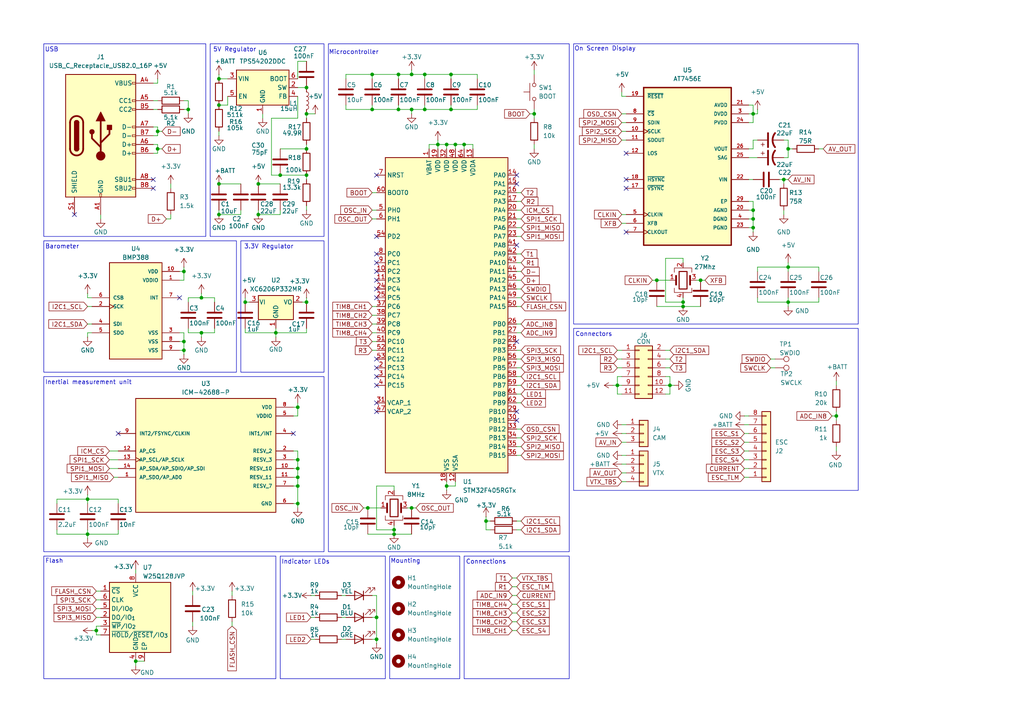
<source format=kicad_sch>
(kicad_sch (version 20250114) (generator "eeschema") (generator_version "9.0")
  (paper "A4")
  (title_block (title "COBALT F405") (date "2025-08-06") (rev "0.1") (company "Cobalt") (comment 1 "Mher Saribekyan"))
  (rectangle (start 81.28 161.29) (end 111.76 196.85))
  (rectangle (start 95.25 12.7) (end 165.1 160.02))
  (rectangle (start 166.37 95.25) (end 248.92 142.24))
  (rectangle (start 60.96 12.7) (end 93.98 68.58))
  (rectangle (start 134.62 161.29) (end 165.1 196.85))
  (rectangle (start 12.7 69.85) (end 68.58 107.95))
  (rectangle (start 69.85 69.85) (end 93.98 107.95))
  (rectangle (start 113.03 161.29) (end 133.35 196.85))
  (rectangle (start 166.37 12.7) (end 248.92 93.98))
  (rectangle (start 12.7 161.29) (end 80.01 196.85))
  (rectangle (start 12.7 12.7) (end 59.69 68.58))
  (rectangle (start 12.7 109.22) (end 93.98 160.02))
  (text "Connectors" (at 172.212 97.028 0) (effects (font (size 1.27 1.27))))
  (text "Microcontroller" (at 102.616 15.24 0) (effects (font (size 1.27 1.27))))
  (text "5V Regulator" (at 68.072 14.478 0) (effects (font (size 1.27 1.27))))
  (text "3.3V Regulator" (at 77.978 71.628 0) (effects (font (size 1.27 1.27))))
  (text "Connections" (at 140.97 163.068 0) (effects (font (size 1.27 1.27))))
  (text "Inertial measurement unit" (at 25.654 110.998 0) (effects (font (size 1.27 1.27))))
  (text "Indicator LEDs" (at 88.646 163.068 0) (effects (font (size 1.27 1.27))))
  (text "USB" (at 14.986 14.478 0) (effects (font (size 1.27 1.27))))
  (text "On Screen Display" (at 175.514 14.224 0) (effects (font (size 1.27 1.27))))
  (text "Barometer" (at 18.034 71.628 0) (effects (font (size 1.27 1.27))))
  (text "Flash" (at 15.748 162.814 0) (effects (font (size 1.27 1.27))))
  (text "Mounting" (at 117.602 162.814 0) (effects (font (size 1.27 1.27))))
  (junction (at 25.4 144.78))
  (junction (at 86.36 133.35))
  (junction (at 88.9 25.4))
  (junction (at 130.81 21.59))
  (junction (at 25.4 154.94))
  (junction (at 194.31 111.76))
  (junction (at 109.22 185.42))
  (junction (at 53.34 99.06))
  (junction (at 86.36 140.97))
  (junction (at 227.33 52.07))
  (junction (at 86.36 118.11))
  (junction (at 115.57 31.75))
  (junction (at 86.36 135.89))
  (junction (at 119.38 21.59))
  (junction (at 218.44 63.5))
  (junction (at 106.68 147.32))
  (junction (at 123.19 31.75))
  (junction (at 80.01 96.52))
  (junction (at 88.9 43.18))
  (junction (at 63.5 53.34))
  (junction (at 81.28 50.8))
  (junction (at 71.12 87.63))
  (junction (at 54.61 31.75))
  (junction (at 88.9 50.8))
  (junction (at 86.36 146.05))
  (junction (at 179.07 111.76))
  (junction (at 107.95 21.59))
  (junction (at 154.94 33.02))
  (junction (at 74.93 62.23))
  (junction (at 119.38 31.75))
  (junction (at 129.54 140.97))
  (junction (at 109.22 179.07))
  (junction (at 107.95 31.75))
  (junction (at 228.6 77.47))
  (junction (at 198.12 88.9))
  (junction (at 190.5 81.28))
  (junction (at 63.5 30.48))
  (junction (at 218.44 33.02))
  (junction (at 63.5 22.86))
  (junction (at 53.34 78.74))
  (junction (at 53.34 101.6))
  (junction (at 127 41.91))
  (junction (at 45.72 38.1))
  (junction (at 198.12 87.63))
  (junction (at 228.6 43.18))
  (junction (at 58.42 96.52))
  (junction (at 115.57 21.59))
  (junction (at 242.57 120.65))
  (junction (at 58.42 86.36))
  (junction (at 203.2 81.28))
  (junction (at 39.37 191.77))
  (junction (at 218.44 60.96))
  (junction (at 129.54 41.91))
  (junction (at 123.19 21.59))
  (junction (at 88.9 87.63))
  (junction (at 134.62 41.91))
  (junction (at 74.93 53.34))
  (junction (at 88.9 33.02))
  (junction (at 119.38 147.32))
  (junction (at 218.44 66.04))
  (junction (at 114.3 153.67))
  (junction (at 63.5 62.23))
  (junction (at 45.72 43.18))
  (junction (at 27.94 182.88))
  (junction (at 130.81 31.75))
  (junction (at 114.3 154.94))
  (junction (at 132.08 41.91))
  (junction (at 140.97 151.13))
  (junction (at 228.6 87.63))
  (junction (at 86.36 138.43))
  (no_connect (at 181.61 67.31))
  (no_connect (at 85.09 125.73))
  (no_connect (at 109.22 78.74))
  (no_connect (at 149.86 71.12))
  (no_connect (at 181.61 54.61))
  (no_connect (at 44.45 54.61))
  (no_connect (at 149.86 119.38))
  (no_connect (at 109.22 104.14))
  (no_connect (at 21.59 62.23))
  (no_connect (at 181.61 44.45))
  (no_connect (at 109.22 81.28))
  (no_connect (at 149.86 99.06))
  (no_connect (at 149.86 50.8))
  (no_connect (at 34.29 125.73))
  (no_connect (at 109.22 111.76))
  (no_connect (at 109.22 73.66))
  (no_connect (at 109.22 68.58))
  (no_connect (at 109.22 109.22))
  (no_connect (at 181.61 52.07))
  (no_connect (at 109.22 106.68))
  (no_connect (at 109.22 119.38))
  (no_connect (at 109.22 116.84))
  (no_connect (at 52.07 86.36))
  (no_connect (at 109.22 50.8))
  (no_connect (at 109.22 83.82))
  (no_connect (at 109.22 86.36))
  (no_connect (at 44.45 52.07))
  (no_connect (at 109.22 76.2))
  (no_connect (at 149.86 53.34))
  (no_connect (at 149.86 121.92))
  (wire (pts (xy 52.07 99.06) (xy 53.34 99.06)))
  (wire (pts (xy 114.3 153.67) (xy 109.22 153.67)))
  (wire (pts (xy 180.34 114.3) (xy 179.07 114.3)))
  (wire (pts (xy 189.23 81.28) (xy 190.5 81.28)))
  (wire (pts (xy 71.12 95.25) (xy 71.12 96.52)))
  (wire (pts (xy 109.22 172.72) (xy 109.22 179.07)))
  (wire (pts (xy 109.22 186.69) (xy 109.22 185.42)))
  (wire (pts (xy 85.09 138.43) (xy 86.36 138.43)))
  (wire (pts (xy 52.07 96.52) (xy 53.34 96.52)))
  (wire (pts (xy 179.07 101.6) (xy 180.34 101.6)))
  (wire (pts (xy 149.86 104.14) (xy 151.13 104.14)))
  (wire (pts (xy 86.36 17.78) (xy 88.9 17.78)))
  (wire (pts (xy 190.5 81.28) (xy 194.31 81.28)))
  (wire (pts (xy 88.9 33.02) (xy 91.44 33.02)))
  (wire (pts (xy 90.17 172.72) (xy 91.44 172.72)))
  (wire (pts (xy 149.86 78.74) (xy 151.13 78.74)))
  (wire (pts (xy 215.9 138.43) (xy 217.17 138.43)))
  (wire (pts (xy 54.61 86.36) (xy 58.42 86.36)))
  (wire (pts (xy 34.29 144.78) (xy 25.4 144.78)))
  (wire (pts (xy 151.13 151.13) (xy 149.86 151.13)))
  (wire (pts (xy 25.4 144.78) (xy 25.4 146.05)))
  (wire (pts (xy 227.33 52.07) (xy 227.33 53.34)))
  (wire (pts (xy 242.57 120.65) (xy 241.3 120.65)))
  (wire (pts (xy 198.12 86.36) (xy 198.12 87.63)))
  (wire (pts (xy 85.09 135.89) (xy 86.36 135.89)))
  (wire (pts (xy 78.74 50.8) (xy 78.74 34.29)))
  (wire (pts (xy 88.9 86.36) (xy 88.9 87.63)))
  (wire (pts (xy 132.08 41.91) (xy 129.54 41.91)))
  (wire (pts (xy 45.72 44.45) (xy 44.45 44.45)))
  (wire (pts (xy 29.21 62.23) (xy 29.21 63.5)))
  (wire (pts (xy 88.9 50.8) (xy 88.9 52.07)))
  (wire (pts (xy 140.97 151.13) (xy 140.97 153.67)))
  (wire (pts (xy 129.54 140.97) (xy 129.54 142.24)))
  (wire (pts (xy 227.33 40.64) (xy 228.6 40.64)))
  (wire (pts (xy 129.54 41.91) (xy 127 41.91)))
  (wire (pts (xy 26.67 182.88) (xy 27.94 182.88)))
  (wire (pts (xy 45.72 41.91) (xy 45.72 43.18)))
  (wire (pts (xy 53.34 101.6) (xy 52.07 101.6)))
  (wire (pts (xy 123.19 21.59) (xy 130.81 21.59)))
  (wire (pts (xy 218.44 58.42) (xy 218.44 60.96)))
  (wire (pts (xy 180.34 35.56) (xy 181.61 35.56)))
  (wire (pts (xy 181.61 64.77) (xy 180.34 64.77)))
  (wire (pts (xy 86.36 118.11) (xy 85.09 118.11)))
  (wire (pts (xy 215.9 128.27) (xy 217.17 128.27)))
  (wire (pts (xy 109.22 153.67) (xy 109.22 140.97)))
  (wire (pts (xy 149.86 116.84) (xy 151.13 116.84)))
  (wire (pts (xy 227.33 45.72) (xy 228.6 45.72)))
  (wire (pts (xy 54.61 95.25) (xy 54.61 96.52)))
  (wire (pts (xy 193.04 114.3) (xy 194.31 114.3)))
  (wire (pts (xy 149.86 58.42) (xy 151.13 58.42)))
  (wire (pts (xy 107.95 21.59) (xy 107.95 22.86)))
  (wire (pts (xy 217.17 52.07) (xy 218.44 52.07)))
  (wire (pts (xy 217.17 35.56) (xy 218.44 35.56)))
  (wire (pts (xy 180.34 26.67) (xy 180.34 27.94)))
  (wire (pts (xy 63.5 53.34) (xy 69.85 53.34)))
  (wire (pts (xy 215.9 123.19) (xy 217.17 123.19)))
  (wire (pts (xy 215.9 125.73) (xy 217.17 125.73)))
  (wire (pts (xy 62.23 86.36) (xy 62.23 87.63)))
  (wire (pts (xy 132.08 139.7) (xy 132.08 140.97)))
  (wire (pts (xy 124.46 41.91) (xy 127 41.91)))
  (wire (pts (xy 149.86 68.58) (xy 151.13 68.58)))
  (wire (pts (xy 154.94 41.91) (xy 154.94 43.18)))
  (wire (pts (xy 228.6 45.72) (xy 228.6 43.18)))
  (wire (pts (xy 198.12 88.9) (xy 203.2 88.9)))
  (wire (pts (xy 137.16 43.18) (xy 137.16 41.91)))
  (wire (pts (xy 242.57 119.38) (xy 242.57 120.65)))
  (wire (pts (xy 217.17 58.42) (xy 218.44 58.42)))
  (wire (pts (xy 129.54 140.97) (xy 132.08 140.97)))
  (wire (pts (xy 49.53 63.5) (xy 49.53 62.23)))
  (wire (pts (xy 107.95 21.59) (xy 115.57 21.59)))
  (wire (pts (xy 85.09 140.97) (xy 86.36 140.97)))
  (wire (pts (xy 193.04 87.63) (xy 193.04 74.93)))
  (wire (pts (xy 149.86 66.04) (xy 151.13 66.04)))
  (wire (pts (xy 44.45 41.91) (xy 45.72 41.91)))
  (wire (pts (xy 74.93 60.96) (xy 74.93 62.23)))
  (wire (pts (xy 109.22 185.42) (xy 107.95 185.42)))
  (wire (pts (xy 153.67 33.02) (xy 154.94 33.02)))
  (wire (pts (xy 226.06 52.07) (xy 227.33 52.07)))
  (wire (pts (xy 140.97 151.13) (xy 142.24 151.13)))
  (wire (pts (xy 114.3 153.67) (xy 114.3 154.94)))
  (wire (pts (xy 107.95 93.98) (xy 109.22 93.98)))
  (wire (pts (xy 193.04 111.76) (xy 194.31 111.76)))
  (wire (pts (xy 86.36 116.84) (xy 86.36 118.11)))
  (wire (pts (xy 149.86 101.6) (xy 151.13 101.6)))
  (wire (pts (xy 48.26 63.5) (xy 49.53 63.5)))
  (wire (pts (xy 107.95 88.9) (xy 109.22 88.9)))
  (wire (pts (xy 193.04 101.6) (xy 194.31 101.6)))
  (wire (pts (xy 58.42 96.52) (xy 62.23 96.52)))
  (wire (pts (xy 180.34 137.16) (xy 181.61 137.16)))
  (wire (pts (xy 71.12 96.52) (xy 80.01 96.52)))
  (wire (pts (xy 81.28 50.8) (xy 78.74 50.8)))
  (wire (pts (xy 45.72 38.1) (xy 46.99 38.1)))
  (wire (pts (xy 27.94 173.99) (xy 29.21 173.99)))
  (wire (pts (xy 49.53 53.34) (xy 49.53 54.61)))
  (wire (pts (xy 107.95 21.59) (xy 100.33 21.59)))
  (wire (pts (xy 27.94 182.88) (xy 27.94 181.61)))
  (wire (pts (xy 218.44 40.64) (xy 219.71 40.64)))
  (wire (pts (xy 88.9 33.02) (xy 88.9 34.29)))
  (wire (pts (xy 242.57 110.49) (xy 242.57 111.76)))
  (wire (pts (xy 148.59 180.34) (xy 149.86 180.34)))
  (wire (pts (xy 154.94 33.02) (xy 154.94 34.29)))
  (wire (pts (xy 242.57 120.65) (xy 242.57 121.92)))
  (wire (pts (xy 223.52 106.68) (xy 224.79 106.68)))
  (wire (pts (xy 119.38 31.75) (xy 115.57 31.75)))
  (wire (pts (xy 154.94 31.75) (xy 154.94 33.02)))
  (wire (pts (xy 62.23 95.25) (xy 62.23 96.52)))
  (wire (pts (xy 215.9 135.89) (xy 217.17 135.89)))
  (wire (pts (xy 86.36 130.81) (xy 86.36 133.35)))
  (wire (pts (xy 237.49 77.47) (xy 237.49 78.74)))
  (wire (pts (xy 81.28 62.23) (xy 81.28 60.96)))
  (wire (pts (xy 215.9 120.65) (xy 217.17 120.65)))
  (wire (pts (xy 198.12 87.63) (xy 198.12 88.9)))
  (wire (pts (xy 44.45 24.13) (xy 45.72 24.13)))
  (wire (pts (xy 88.9 95.25) (xy 88.9 96.52)))
  (wire (pts (xy 80.01 96.52) (xy 88.9 96.52)))
  (wire (pts (xy 86.36 25.4) (xy 88.9 25.4)))
  (wire (pts (xy 180.34 62.23) (xy 181.61 62.23)))
  (wire (pts (xy 149.86 111.76) (xy 151.13 111.76)))
  (wire (pts (xy 25.4 86.36) (xy 25.4 85.09)))
  (wire (pts (xy 180.34 128.27) (xy 181.61 128.27)))
  (wire (pts (xy 127 40.64) (xy 127 41.91)))
  (wire (pts (xy 154.94 20.32) (xy 154.94 21.59)))
  (wire (pts (xy 107.95 172.72) (xy 109.22 172.72)))
  (wire (pts (xy 215.9 133.35) (xy 217.17 133.35)))
  (wire (pts (xy 180.34 33.02) (xy 181.61 33.02)))
  (wire (pts (xy 193.04 74.93) (xy 198.12 74.93)))
  (wire (pts (xy 215.9 130.81) (xy 217.17 130.81)))
  (wire (pts (xy 198.12 74.93) (xy 198.12 76.2)))
  (wire (pts (xy 45.72 36.83) (xy 45.72 38.1)))
  (wire (pts (xy 58.42 96.52) (xy 58.42 97.79)))
  (wire (pts (xy 16.51 153.67) (xy 16.51 154.94)))
  (wire (pts (xy 148.59 170.18) (xy 149.86 170.18)))
  (wire (pts (xy 217.17 43.18) (xy 218.44 43.18)))
  (wire (pts (xy 55.88 171.45) (xy 55.88 172.72)))
  (wire (pts (xy 149.86 114.3) (xy 151.13 114.3)))
  (wire (pts (xy 201.93 81.28) (xy 203.2 81.28)))
  (wire (pts (xy 123.19 31.75) (xy 130.81 31.75)))
  (wire (pts (xy 109.22 140.97) (xy 114.3 140.97)))
  (wire (pts (xy 74.93 53.34) (xy 81.28 53.34)))
  (wire (pts (xy 86.36 34.29) (xy 86.36 27.94)))
  (wire (pts (xy 180.34 125.73) (xy 181.61 125.73)))
  (wire (pts (xy 194.31 114.3) (xy 194.31 111.76)))
  (wire (pts (xy 107.95 31.75) (xy 115.57 31.75)))
  (wire (pts (xy 86.36 118.11) (xy 86.36 120.65)))
  (wire (pts (xy 198.12 87.63) (xy 193.04 87.63)))
  (wire (pts (xy 81.28 43.18) (xy 88.9 43.18)))
  (wire (pts (xy 119.38 31.75) (xy 119.38 33.02)))
  (wire (pts (xy 149.86 55.88) (xy 151.13 55.88)))
  (wire (pts (xy 45.72 38.1) (xy 45.72 39.37)))
  (wire (pts (xy 219.71 31.75) (xy 219.71 33.02)))
  (wire (pts (xy 86.36 140.97) (xy 86.36 146.05)))
  (wire (pts (xy 31.75 130.81) (xy 34.29 130.81)))
  (wire (pts (xy 53.34 96.52) (xy 53.34 99.06)))
  (wire (pts (xy 99.06 172.72) (xy 100.33 172.72)))
  (wire (pts (xy 63.5 60.96) (xy 63.5 62.23)))
  (wire (pts (xy 69.85 62.23) (xy 69.85 60.96)))
  (wire (pts (xy 25.4 153.67) (xy 25.4 154.94)))
  (wire (pts (xy 45.72 24.13) (xy 45.72 22.86)))
  (wire (pts (xy 228.6 87.63) (xy 228.6 88.9)))
  (wire (pts (xy 149.86 81.28) (xy 151.13 81.28)))
  (wire (pts (xy 55.88 180.34) (xy 55.88 181.61)))
  (wire (pts (xy 25.4 93.98) (xy 26.67 93.98)))
  (wire (pts (xy 218.44 66.04) (xy 218.44 63.5)))
  (wire (pts (xy 219.71 77.47) (xy 228.6 77.47)))
  (wire (pts (xy 115.57 30.48) (xy 115.57 31.75)))
  (wire (pts (xy 63.5 62.23) (xy 69.85 62.23)))
  (wire (pts (xy 27.94 176.53) (xy 29.21 176.53)))
  (wire (pts (xy 76.2 33.02) (xy 76.2 34.29)))
  (wire (pts (xy 149.86 88.9) (xy 151.13 88.9)))
  (wire (pts (xy 194.31 111.76) (xy 195.58 111.76)))
  (wire (pts (xy 63.5 38.1) (xy 63.5 39.37)))
  (wire (pts (xy 114.3 154.94) (xy 119.38 154.94)))
  (wire (pts (xy 149.86 96.52) (xy 151.13 96.52)))
  (wire (pts (xy 149.86 106.68) (xy 151.13 106.68)))
  (wire (pts (xy 26.67 86.36) (xy 25.4 86.36)))
  (wire (pts (xy 88.9 59.69) (xy 88.9 60.96)))
  (wire (pts (xy 100.33 31.75) (xy 107.95 31.75)))
  (wire (pts (xy 53.34 77.47) (xy 53.34 78.74)))
  (wire (pts (xy 86.36 120.65) (xy 85.09 120.65)))
  (wire (pts (xy 78.74 34.29) (xy 86.36 34.29)))
  (wire (pts (xy 180.34 132.08) (xy 181.61 132.08)))
  (wire (pts (xy 106.68 147.32) (xy 110.49 147.32)))
  (wire (pts (xy 218.44 33.02) (xy 219.71 33.02)))
  (wire (pts (xy 25.4 154.94) (xy 25.4 156.21)))
  (wire (pts (xy 109.22 179.07) (xy 107.95 179.07)))
  (wire (pts (xy 194.31 109.22) (xy 193.04 109.22)))
  (wire (pts (xy 130.81 21.59) (xy 130.81 22.86)))
  (wire (pts (xy 148.59 172.72) (xy 149.86 172.72)))
  (wire (pts (xy 130.81 21.59) (xy 138.43 21.59)))
  (wire (pts (xy 149.86 93.98) (xy 151.13 93.98)))
  (wire (pts (xy 88.9 41.91) (xy 88.9 43.18)))
  (wire (pts (xy 80.01 95.25) (xy 80.01 96.52)))
  (wire (pts (xy 53.34 99.06) (xy 53.34 101.6)))
  (wire (pts (xy 53.34 102.87) (xy 53.34 101.6)))
  (wire (pts (xy 88.9 87.63) (xy 87.63 87.63)))
  (wire (pts (xy 85.09 146.05) (xy 86.36 146.05)))
  (wire (pts (xy 105.41 147.32) (xy 106.68 147.32)))
  (wire (pts (xy 54.61 33.02) (xy 54.61 31.75)))
  (wire (pts (xy 81.28 50.8) (xy 88.9 50.8)))
  (wire (pts (xy 27.94 184.15) (xy 29.21 184.15)))
  (wire (pts (xy 54.61 86.36) (xy 54.61 87.63)))
  (wire (pts (xy 218.44 33.02) (xy 218.44 35.56)))
  (wire (pts (xy 85.09 133.35) (xy 86.36 133.35)))
  (wire (pts (xy 149.86 83.82) (xy 151.13 83.82)))
  (wire (pts (xy 27.94 179.07) (xy 29.21 179.07)))
  (wire (pts (xy 85.09 130.81) (xy 86.36 130.81)))
  (wire (pts (xy 129.54 41.91) (xy 129.54 43.18)))
  (wire (pts (xy 71.12 86.36) (xy 71.12 87.63)))
  (wire (pts (xy 193.04 104.14) (xy 194.31 104.14)))
  (wire (pts (xy 44.45 29.21) (xy 45.72 29.21)))
  (wire (pts (xy 114.3 140.97) (xy 114.3 142.24)))
  (wire (pts (xy 217.17 33.02) (xy 218.44 33.02)))
  (wire (pts (xy 217.17 45.72) (xy 219.71 45.72)))
  (wire (pts (xy 107.95 30.48) (xy 107.95 31.75)))
  (wire (pts (xy 25.4 97.79) (xy 25.4 96.52)))
  (wire (pts (xy 149.86 127) (xy 151.13 127)))
  (wire (pts (xy 25.4 143.51) (xy 25.4 144.78)))
  (wire (pts (xy 180.34 134.62) (xy 181.61 134.62)))
  (wire (pts (xy 148.59 167.64) (xy 149.86 167.64)))
  (wire (pts (xy 31.75 135.89) (xy 34.29 135.89)))
  (wire (pts (xy 58.42 85.09) (xy 58.42 86.36)))
  (wire (pts (xy 218.44 30.48) (xy 218.44 33.02)))
  (wire (pts (xy 179.07 111.76) (xy 179.07 109.22)))
  (wire (pts (xy 52.07 81.28) (xy 53.34 81.28)))
  (wire (pts (xy 107.95 91.44) (xy 109.22 91.44)))
  (wire (pts (xy 228.6 43.18) (xy 229.87 43.18)))
  (wire (pts (xy 228.6 76.2) (xy 228.6 77.47)))
  (wire (pts (xy 217.17 30.48) (xy 218.44 30.48)))
  (wire (pts (xy 137.16 41.91) (xy 134.62 41.91)))
  (wire (pts (xy 44.45 36.83) (xy 45.72 36.83)))
  (wire (pts (xy 44.45 31.75) (xy 45.72 31.75)))
  (wire (pts (xy 203.2 81.28) (xy 204.47 81.28)))
  (wire (pts (xy 115.57 21.59) (xy 115.57 22.86)))
  (wire (pts (xy 228.6 86.36) (xy 228.6 87.63)))
  (wire (pts (xy 134.62 41.91) (xy 132.08 41.91)))
  (wire (pts (xy 107.95 101.6) (xy 109.22 101.6)))
  (wire (pts (xy 107.95 55.88) (xy 109.22 55.88)))
  (wire (pts (xy 237.49 43.18) (xy 238.76 43.18)))
  (wire (pts (xy 134.62 41.91) (xy 134.62 43.18)))
  (wire (pts (xy 124.46 43.18) (xy 124.46 41.91)))
  (wire (pts (xy 63.5 30.48) (xy 66.04 30.48)))
  (wire (pts (xy 223.52 104.14) (xy 224.79 104.14)))
  (wire (pts (xy 54.61 29.21) (xy 53.34 29.21)))
  (wire (pts (xy 219.71 87.63) (xy 228.6 87.63)))
  (wire (pts (xy 148.59 177.8) (xy 149.86 177.8)))
  (wire (pts (xy 16.51 154.94) (xy 25.4 154.94)))
  (wire (pts (xy 190.5 88.9) (xy 198.12 88.9)))
  (wire (pts (xy 118.11 147.32) (xy 119.38 147.32)))
  (wire (pts (xy 33.02 138.43) (xy 34.29 138.43)))
  (wire (pts (xy 106.68 154.94) (xy 114.3 154.94)))
  (wire (pts (xy 149.86 63.5) (xy 151.13 63.5)))
  (wire (pts (xy 54.61 31.75) (xy 53.34 31.75)))
  (wire (pts (xy 53.34 78.74) (xy 53.34 81.28)))
  (wire (pts (xy 71.12 87.63) (xy 72.39 87.63)))
  (wire (pts (xy 39.37 191.77) (xy 39.37 193.04)))
  (wire (pts (xy 109.22 179.07) (xy 109.22 185.42)))
  (wire (pts (xy 100.33 21.59) (xy 100.33 22.86)))
  (wire (pts (xy 130.81 31.75) (xy 138.43 31.75)))
  (wire (pts (xy 142.24 153.67) (xy 140.97 153.67)))
  (wire (pts (xy 86.36 133.35) (xy 86.36 135.89)))
  (wire (pts (xy 179.07 114.3) (xy 179.07 111.76)))
  (wire (pts (xy 149.86 109.22) (xy 151.13 109.22)))
  (wire (pts (xy 237.49 77.47) (xy 228.6 77.47)))
  (wire (pts (xy 130.81 30.48) (xy 130.81 31.75)))
  (wire (pts (xy 180.34 38.1) (xy 181.61 38.1)))
  (wire (pts (xy 237.49 86.36) (xy 237.49 87.63)))
  (wire (pts (xy 140.97 149.86) (xy 140.97 151.13)))
  (wire (pts (xy 149.86 129.54) (xy 151.13 129.54)))
  (wire (pts (xy 107.95 63.5) (xy 109.22 63.5)))
  (wire (pts (xy 45.72 39.37) (xy 44.45 39.37)))
  (wire (pts (xy 25.4 96.52) (xy 26.67 96.52)))
  (wire (pts (xy 149.86 76.2) (xy 151.13 76.2)))
  (wire (pts (xy 177.8 111.76) (xy 179.07 111.76)))
  (wire (pts (xy 16.51 144.78) (xy 25.4 144.78)))
  (wire (pts (xy 67.31 171.45) (xy 67.31 172.72)))
  (wire (pts (xy 25.4 154.94) (xy 34.29 154.94)))
  (wire (pts (xy 123.19 30.48) (xy 123.19 31.75)))
  (wire (pts (xy 86.36 135.89) (xy 86.36 138.43)))
  (wire (pts (xy 107.95 96.52) (xy 109.22 96.52)))
  (wire (pts (xy 27.94 181.61) (xy 29.21 181.61)))
  (wire (pts (xy 132.08 41.91) (xy 132.08 43.18)))
  (wire (pts (xy 193.04 106.68) (xy 194.31 106.68)))
  (wire (pts (xy 219.71 86.36) (xy 219.71 87.63)))
  (wire (pts (xy 119.38 21.59) (xy 123.19 21.59)))
  (wire (pts (xy 179.07 106.68) (xy 180.34 106.68)))
  (wire (pts (xy 194.31 111.76) (xy 194.31 109.22)))
  (wire (pts (xy 86.36 146.05) (xy 86.36 147.32)))
  (wire (pts (xy 54.61 96.52) (xy 58.42 96.52)))
  (wire (pts (xy 218.44 43.18) (xy 218.44 40.64)))
  (wire (pts (xy 16.51 146.05) (xy 16.51 144.78)))
  (wire (pts (xy 31.75 133.35) (xy 34.29 133.35)))
  (wire (pts (xy 218.44 66.04) (xy 217.17 66.04)))
  (wire (pts (xy 138.43 21.59) (xy 138.43 22.86)))
  (wire (pts (xy 27.94 182.88) (xy 27.94 184.15)))
  (wire (pts (xy 119.38 21.59) (xy 115.57 21.59)))
  (wire (pts (xy 119.38 31.75) (xy 123.19 31.75)))
  (wire (pts (xy 127 41.91) (xy 127 43.18)))
  (wire (pts (xy 138.43 31.75) (xy 138.43 30.48)))
  (wire (pts (xy 39.37 165.1) (xy 39.37 166.37)))
  (wire (pts (xy 45.72 43.18) (xy 46.99 43.18)))
  (wire (pts (xy 99.06 179.07) (xy 100.33 179.07)))
  (wire (pts (xy 218.44 63.5) (xy 218.44 60.96)))
  (wire (pts (xy 180.34 27.94) (xy 181.61 27.94)))
  (wire (pts (xy 63.5 21.59) (xy 63.5 22.86)))
  (wire (pts (xy 219.71 78.74) (xy 219.71 77.47)))
  (wire (pts (xy 179.07 104.14) (xy 180.34 104.14)))
  (wire (pts (xy 107.95 99.06) (xy 109.22 99.06)))
  (wire (pts (xy 52.07 78.74) (xy 53.34 78.74)))
  (wire (pts (xy 27.94 171.45) (xy 29.21 171.45)))
  (wire (pts (xy 227.33 60.96) (xy 227.33 62.23)))
  (wire (pts (xy 90.17 185.42) (xy 91.44 185.42)))
  (wire (pts (xy 149.86 73.66) (xy 151.13 73.66)))
  (wire (pts (xy 218.44 63.5) (xy 217.17 63.5)))
  (wire (pts (xy 86.36 138.43) (xy 86.36 140.97)))
  (wire (pts (xy 123.19 21.59) (xy 123.19 22.86)))
  (wire (pts (xy 228.6 77.47) (xy 228.6 78.74)))
  (wire (pts (xy 218.44 60.96) (xy 217.17 60.96)))
  (wire (pts (xy 74.93 62.23) (xy 81.28 62.23)))
  (wire (pts (xy 179.07 109.22) (xy 180.34 109.22)))
  (wire (pts (xy 242.57 129.54) (xy 242.57 130.81)))
  (wire (pts (xy 228.6 43.18) (xy 228.6 40.64)))
  (wire (pts (xy 149.86 60.96) (xy 151.13 60.96)))
  (wire (pts (xy 179.07 111.76) (xy 180.34 111.76)))
  (wire (pts (xy 90.17 179.07) (xy 91.44 179.07)))
  (wire (pts (xy 148.59 175.26) (xy 149.86 175.26)))
  (wire (pts (xy 80.01 96.52) (xy 80.01 97.79)))
  (wire (pts (xy 107.95 60.96) (xy 109.22 60.96)))
  (wire (pts (xy 99.06 185.42) (xy 100.33 185.42)))
  (wire (pts (xy 148.59 182.88) (xy 149.86 182.88)))
  (wire (pts (xy 180.34 123.19) (xy 181.61 123.19)))
  (wire (pts (xy 114.3 152.4) (xy 114.3 153.67)))
  (wire (pts (xy 63.5 22.86) (xy 66.04 22.86)))
  (wire (pts (xy 25.4 88.9) (xy 26.67 88.9)))
  (wire (pts (xy 66.04 30.48) (xy 66.04 27.94)))
  (wire (pts (xy 119.38 147.32) (xy 120.65 147.32)))
  (wire (pts (xy 58.42 86.36) (xy 62.23 86.36)))
  (wire (pts (xy 149.86 124.46) (xy 151.13 124.46)))
  (wire (pts (xy 149.86 86.36) (xy 151.13 86.36)))
  (wire (pts (xy 180.34 139.7) (xy 181.61 139.7)))
  (wire (pts (xy 227.33 52.07) (xy 228.6 52.07)))
  (wire (pts (xy 228.6 87.63) (xy 237.49 87.63)))
  (wire (pts (xy 149.86 132.08) (xy 151.13 132.08)))
  (wire (pts (xy 54.61 31.75) (xy 54.61 29.21)))
  (wire (pts (xy 39.37 191.77) (xy 41.91 191.77)))
  (wire (pts (xy 129.54 139.7) (xy 129.54 140.97)))
  (wire (pts (xy 181.61 40.64) (xy 180.34 40.64)))
  (wire (pts (xy 149.86 153.67) (xy 151.13 153.67)))
  (wire (pts (xy 218.44 67.31) (xy 218.44 66.04)))
  (wire (pts (xy 86.36 22.86) (xy 86.36 17.78)))
  (wire (pts (xy 67.31 180.34) (xy 67.31 181.61)))
  (wire (pts (xy 100.33 30.48) (xy 100.33 31.75)))
  (wire (pts (xy 34.29 144.78) (xy 34.29 146.05)))
  (wire (pts (xy 34.29 153.67) (xy 34.29 154.94)))
  (wire (pts (xy 119.38 20.32) (xy 119.38 21.59)))
  (wire (pts (xy 45.72 43.18) (xy 45.72 44.45)))
  (global_label "ICM_CS" (shape input) (at 151.13 60.96 0) (property "Intersheetrefs" "${INTERSHEET_REFS}" (effects (hide yes))))
  (global_label "D-" (shape input) (at 151.13 78.74 0) (property "Intersheetrefs" "${INTERSHEET_REFS}" (effects (hide yes))))
  (global_label "TIM8_CH2" (shape input) (at 107.95 91.44 180) (property "Intersheetrefs" "${INTERSHEET_REFS}" (effects (hide yes))))
  (global_label "TIM8_CH4" (shape input) (at 107.95 96.52 180) (property "Intersheetrefs" "${INTERSHEET_REFS}" (effects (hide yes))))
  (global_label "LED1" (shape input) (at 90.17 179.07 180) (property "Intersheetrefs" "${INTERSHEET_REFS}" (effects (hide yes))))
  (global_label "OSC_OUT" (shape input) (at 107.95 63.5 180) (property "Intersheetrefs" "${INTERSHEET_REFS}" (effects (hide yes))))
  (global_label "T3" (shape input) (at 107.95 99.06 180) (property "Intersheetrefs" "${INTERSHEET_REFS}" (effects (hide yes))))
  (global_label "ADC_IN9" (shape input) (at 151.13 96.52 0) (property "Intersheetrefs" "${INTERSHEET_REFS}" (effects (hide yes))))
  (global_label "CLKIN" (shape input) (at 180.34 62.23 180) (property "Intersheetrefs" "${INTERSHEET_REFS}" (effects (hide yes))))
  (global_label "ESC_S1" (shape input) (at 149.86 175.26 0) (property "Intersheetrefs" "${INTERSHEET_REFS}" (effects (hide yes))))
  (global_label "AV_IN" (shape input) (at 180.34 128.27 180) (property "Intersheetrefs" "${INTERSHEET_REFS}" (effects (hide yes))))
  (global_label "ADC_IN8" (shape input) (at 151.13 93.98 0) (property "Intersheetrefs" "${INTERSHEET_REFS}" (effects (hide yes))))
  (global_label "SPI3_MISO" (shape input) (at 27.94 179.07 180) (property "Intersheetrefs" "${INTERSHEET_REFS}" (effects (hide yes))))
  (global_label "OSC_IN" (shape input) (at 105.41 147.32 180) (property "Intersheetrefs" "${INTERSHEET_REFS}" (effects (hide yes))))
  (global_label "ESC_TLM" (shape input) (at 149.86 170.18 0) (property "Intersheetrefs" "${INTERSHEET_REFS}" (effects (hide yes))))
  (global_label "ESC_S2" (shape input) (at 215.9 128.27 180) (property "Intersheetrefs" "${INTERSHEET_REFS}" (effects (hide yes))))
  (global_label "I2C1_SDA" (shape input) (at 151.13 153.67 0) (property "Intersheetrefs" "${INTERSHEET_REFS}" (effects (hide yes))))
  (global_label "BOOT" (shape input) (at 107.95 55.88 180) (property "Intersheetrefs" "${INTERSHEET_REFS}" (effects (hide yes))))
  (global_label "D+" (shape input) (at 151.13 81.28 0) (property "Intersheetrefs" "${INTERSHEET_REFS}" (effects (hide yes))))
  (global_label "LED2" (shape input) (at 151.13 116.84 0) (property "Intersheetrefs" "${INTERSHEET_REFS}" (effects (hide yes))))
  (global_label "OSC_OUT" (shape input) (at 120.65 147.32 0) (property "Intersheetrefs" "${INTERSHEET_REFS}" (effects (hide yes))))
  (global_label "TIM8_CH1" (shape input) (at 107.95 88.9 180) (property "Intersheetrefs" "${INTERSHEET_REFS}" (effects (hide yes))))
  (global_label "XFB" (shape input) (at 204.47 81.28 0) (property "Intersheetrefs" "${INTERSHEET_REFS}" (effects (hide yes))))
  (global_label "D+" (shape input) (at 46.99 43.18 0) (property "Intersheetrefs" "${INTERSHEET_REFS}" (effects (hide yes))))
  (global_label "I2C1_SDA" (shape input) (at 194.31 101.6 0) (property "Intersheetrefs" "${INTERSHEET_REFS}" (effects (hide yes))))
  (global_label "I2C1_SDA" (shape input) (at 25.4 93.98 180) (property "Intersheetrefs" "${INTERSHEET_REFS}" (effects (hide yes))))
  (global_label "LED1" (shape input) (at 151.13 114.3 0) (property "Intersheetrefs" "${INTERSHEET_REFS}" (effects (hide yes))))
  (global_label "ESC_S3" (shape input) (at 215.9 130.81 180) (property "Intersheetrefs" "${INTERSHEET_REFS}" (effects (hide yes))))
  (global_label "SWCLK" (shape input) (at 223.52 106.68 180) (property "Intersheetrefs" "${INTERSHEET_REFS}" (effects (hide yes))))
  (global_label "SPI1_MOSI" (shape input) (at 31.75 135.89 180) (property "Intersheetrefs" "${INTERSHEET_REFS}" (effects (hide yes))))
  (global_label "I2C1_SCL" (shape input) (at 179.07 101.6 180) (property "Intersheetrefs" "${INTERSHEET_REFS}" (effects (hide yes))))
  (global_label "SPI3_MISO" (shape input) (at 151.13 104.14 0) (property "Intersheetrefs" "${INTERSHEET_REFS}" (effects (hide yes))))
  (global_label "AV_IN" (shape input) (at 228.6 52.07 0) (property "Intersheetrefs" "${INTERSHEET_REFS}" (effects (hide yes))))
  (global_label "SPI1_MOSI" (shape input) (at 151.13 68.58 0) (property "Intersheetrefs" "${INTERSHEET_REFS}" (effects (hide yes))))
  (global_label "T1" (shape input) (at 151.13 73.66 0) (property "Intersheetrefs" "${INTERSHEET_REFS}" (effects (hide yes))))
  (global_label "R3" (shape input) (at 107.95 101.6 180) (property "Intersheetrefs" "${INTERSHEET_REFS}" (effects (hide yes))))
  (global_label "ESC_S1" (shape input) (at 215.9 125.73 180) (property "Intersheetrefs" "${INTERSHEET_REFS}" (effects (hide yes))))
  (global_label "SWCLK" (shape input) (at 151.13 86.36 0) (property "Intersheetrefs" "${INTERSHEET_REFS}" (effects (hide yes))))
  (global_label "ESC_TLM" (shape input) (at 215.9 138.43 180) (property "Intersheetrefs" "${INTERSHEET_REFS}" (effects (hide yes))))
  (global_label "T2" (shape input) (at 194.31 104.14 0) (property "Intersheetrefs" "${INTERSHEET_REFS}" (effects (hide yes))))
  (global_label "CURRENT" (shape input) (at 215.9 135.89 180) (property "Intersheetrefs" "${INTERSHEET_REFS}" (effects (hide yes))))
  (global_label "ESC_S4" (shape input) (at 215.9 133.35 180) (property "Intersheetrefs" "${INTERSHEET_REFS}" (effects (hide yes))))
  (global_label "R1" (shape input) (at 148.59 170.18 180) (property "Intersheetrefs" "${INTERSHEET_REFS}" (effects (hide yes))))
  (global_label "SPI3_MOSI" (shape input) (at 151.13 106.68 0) (property "Intersheetrefs" "${INTERSHEET_REFS}" (effects (hide yes))))
  (global_label "AV_OUT" (shape input) (at 238.76 43.18 0) (property "Intersheetrefs" "${INTERSHEET_REFS}" (effects (hide yes))))
  (global_label "SWDIO" (shape input) (at 223.52 104.14 180) (property "Intersheetrefs" "${INTERSHEET_REFS}" (effects (hide yes))))
  (global_label "R2" (shape input) (at 151.13 58.42 0) (property "Intersheetrefs" "${INTERSHEET_REFS}" (effects (hide yes))))
  (global_label "SPI3_MOSI" (shape input) (at 27.94 176.53 180) (property "Intersheetrefs" "${INTERSHEET_REFS}" (effects (hide yes))))
  (global_label "SPI2_MISO" (shape input) (at 151.13 129.54 0) (property "Intersheetrefs" "${INTERSHEET_REFS}" (effects (hide yes))))
  (global_label "D-" (shape input) (at 46.99 38.1 0) (property "Intersheetrefs" "${INTERSHEET_REFS}" (effects (hide yes))))
  (global_label "ESC_S2" (shape input) (at 149.86 177.8 0) (property "Intersheetrefs" "${INTERSHEET_REFS}" (effects (hide yes))))
  (global_label "R1" (shape input) (at 151.13 76.2 0) (property "Intersheetrefs" "${INTERSHEET_REFS}" (effects (hide yes))))
  (global_label "BOOT" (shape input) (at 153.67 33.02 180) (property "Intersheetrefs" "${INTERSHEET_REFS}" (effects (hide yes))))
  (global_label "TIM8_CH3" (shape input) (at 107.95 93.98 180) (property "Intersheetrefs" "${INTERSHEET_REFS}" (effects (hide yes))))
  (global_label "SPI2_SCK" (shape input) (at 151.13 127 0) (property "Intersheetrefs" "${INTERSHEET_REFS}" (effects (hide yes))))
  (global_label "SWDIO" (shape input) (at 151.13 83.82 0) (property "Intersheetrefs" "${INTERSHEET_REFS}" (effects (hide yes))))
  (global_label "SPI3_SCK" (shape input) (at 151.13 101.6 0) (property "Intersheetrefs" "${INTERSHEET_REFS}" (effects (hide yes))))
  (global_label "ESC_S3" (shape input) (at 149.86 180.34 0) (property "Intersheetrefs" "${INTERSHEET_REFS}" (effects (hide yes))))
  (global_label "SPI1_MISO" (shape input) (at 33.02 138.43 180) (property "Intersheetrefs" "${INTERSHEET_REFS}" (effects (hide yes))))
  (global_label "R3" (shape input) (at 179.07 106.68 180) (property "Intersheetrefs" "${INTERSHEET_REFS}" (effects (hide yes))))
  (global_label "OSD_CSN" (shape input) (at 180.34 33.02 180) (property "Intersheetrefs" "${INTERSHEET_REFS}" (effects (hide yes))))
  (global_label "TIM8_CH3" (shape input) (at 148.59 177.8 180) (property "Intersheetrefs" "${INTERSHEET_REFS}" (effects (hide yes))))
  (global_label "T1" (shape input) (at 148.59 167.64 180) (property "Intersheetrefs" "${INTERSHEET_REFS}" (effects (hide yes))))
  (global_label "OSC_IN" (shape input) (at 107.95 60.96 180) (property "Intersheetrefs" "${INTERSHEET_REFS}" (effects (hide yes))))
  (global_label "T2" (shape input) (at 151.13 55.88 0) (property "Intersheetrefs" "${INTERSHEET_REFS}" (effects (hide yes))))
  (global_label "I2C1_SCL" (shape input) (at 25.4 88.9 180) (property "Intersheetrefs" "${INTERSHEET_REFS}" (effects (hide yes))))
  (global_label "CLKIN" (shape input) (at 189.23 81.28 180) (property "Intersheetrefs" "${INTERSHEET_REFS}" (effects (hide yes))))
  (global_label "I2C1_SDA" (shape input) (at 151.13 111.76 0) (property "Intersheetrefs" "${INTERSHEET_REFS}" (effects (hide yes))))
  (global_label "TIM8_CH2" (shape input) (at 148.59 180.34 180) (property "Intersheetrefs" "${INTERSHEET_REFS}" (effects (hide yes))))
  (global_label "LED2" (shape input) (at 90.17 185.42 180) (property "Intersheetrefs" "${INTERSHEET_REFS}" (effects (hide yes))))
  (global_label "SPI3_SCK" (shape input) (at 27.94 173.99 180) (property "Intersheetrefs" "${INTERSHEET_REFS}" (effects (hide yes))))
  (global_label "VTX_TBS" (shape input) (at 149.86 167.64 0) (property "Intersheetrefs" "${INTERSHEET_REFS}" (effects (hide yes))))
  (global_label "SPI2_MOSI" (shape input) (at 151.13 132.08 0) (property "Intersheetrefs" "${INTERSHEET_REFS}" (effects (hide yes))))
  (global_label "SPI2_MISO" (shape input) (at 180.34 40.64 180) (property "Intersheetrefs" "${INTERSHEET_REFS}" (effects (hide yes))))
  (global_label "ICM_CS" (shape input) (at 31.75 130.81 180) (property "Intersheetrefs" "${INTERSHEET_REFS}" (effects (hide yes))))
  (global_label "I2C1_SCL" (shape input) (at 151.13 109.22 0) (property "Intersheetrefs" "${INTERSHEET_REFS}" (effects (hide yes))))
  (global_label "OSD_CSN" (shape input) (at 151.13 124.46 0) (property "Intersheetrefs" "${INTERSHEET_REFS}" (effects (hide yes))))
  (global_label "ADC_IN8" (shape input) (at 241.3 120.65 180) (property "Intersheetrefs" "${INTERSHEET_REFS}" (effects (hide yes))))
  (global_label "SPI2_SCK" (shape input) (at 180.34 38.1 180) (property "Intersheetrefs" "${INTERSHEET_REFS}" (effects (hide yes))))
  (global_label "FLASH_CSN" (shape input) (at 27.94 171.45 180) (property "Intersheetrefs" "${INTERSHEET_REFS}" (effects (hide yes))))
  (global_label "SPI1_MISO" (shape input) (at 151.13 66.04 0) (property "Intersheetrefs" "${INTERSHEET_REFS}" (effects (hide yes))))
  (global_label "ESC_S4" (shape input) (at 149.86 182.88 0) (property "Intersheetrefs" "${INTERSHEET_REFS}" (effects (hide yes))))
  (global_label "AV_OUT" (shape input) (at 180.34 137.16 180) (property "Intersheetrefs" "${INTERSHEET_REFS}" (effects (hide yes))))
  (global_label "D+" (shape input) (at 48.26 63.5 180) (property "Intersheetrefs" "${INTERSHEET_REFS}" (effects (hide yes))))
  (global_label "SPI1_SCK" (shape input) (at 31.75 133.35 180) (property "Intersheetrefs" "${INTERSHEET_REFS}" (effects (hide yes))))
  (global_label "SPI2_MOSI" (shape input) (at 180.34 35.56 180) (property "Intersheetrefs" "${INTERSHEET_REFS}" (effects (hide yes))))
  (global_label "VTX_TBS" (shape input) (at 180.34 139.7 180) (property "Intersheetrefs" "${INTERSHEET_REFS}" (effects (hide yes))))
  (global_label "FLASH_CSN" (shape input) (at 67.31 181.61 270) (property "Intersheetrefs" "${INTERSHEET_REFS}" (effects (hide yes))))
  (global_label "TIM8_CH4" (shape input) (at 148.59 175.26 180) (property "Intersheetrefs" "${INTERSHEET_REFS}" (effects (hide yes))))
  (global_label "TIM8_CH1" (shape input) (at 148.59 182.88 180) (property "Intersheetrefs" "${INTERSHEET_REFS}" (effects (hide yes))))
  (global_label "SPI1_SCK" (shape input) (at 151.13 63.5 0) (property "Intersheetrefs" "${INTERSHEET_REFS}" (effects (hide yes))))
  (global_label "CURRENT" (shape input) (at 149.86 172.72 0) (property "Intersheetrefs" "${INTERSHEET_REFS}" (effects (hide yes))))
  (global_label "R2" (shape input) (at 179.07 104.14 180) (property "Intersheetrefs" "${INTERSHEET_REFS}" (effects (hide yes))))
  (global_label "XFB" (shape input) (at 180.34 64.77 180) (property "Intersheetrefs" "${INTERSHEET_REFS}" (effects (hide yes))))
  (global_label "I2C1_SCL" (shape input) (at 151.13 151.13 0) (property "Intersheetrefs" "${INTERSHEET_REFS}" (effects (hide yes))))
  (global_label "T3" (shape input) (at 194.31 106.68 0) (property "Intersheetrefs" "${INTERSHEET_REFS}" (effects (hide yes))))
  (global_label "FLASH_CSN" (shape input) (at 151.13 88.9 0) (property "Intersheetrefs" "${INTERSHEET_REFS}" (effects (hide yes))))
  (global_label "ADC_IN9" (shape input) (at 148.59 172.72 180) (property "Intersheetrefs" "${INTERSHEET_REFS}" (effects (hide yes))))
  (symbol (lib_id "Device:C") (at 81.28 57.15 0) (unit 1)
    (property "Reference" "C29" (at 81.788 59.182 0) (effects (justify left)))
    (property "Value" "22uF" (at 81.788 61.214 0) (effects (justify left)))
    (property "Footprint" "Capacitor_SMD:C_0603_1608Metric" (effects (hide yes)))
    (property "Description" "Unpolarized capacitor" (effects (hide yes)))
  )
  (symbol (lib_id "power:GND") (at 74.93 62.23 0) (unit 1)
    (property "Reference" "#PWR036" (effects (hide yes)))
    (property "Value" "GND" (at 74.93 66.04 0))
    (property "Description" "Power symbol creates a global label with name \"GND\" , ground" (effects (hide yes)))
  )
  (symbol (lib_id "Device:C") (at 237.49 82.55 0) (unit 1)
    (property "Reference" "C26" (at 237.744 80.518 0) (effects (justify left)))
    (property "Value" "100nF" (at 237.744 84.836 0) (effects (justify left)))
    (property "Footprint" "Capacitor_SMD:C_0402_1005Metric" (effects (hide yes)))
    (property "Description" "Unpolarized capacitor" (effects (hide yes)))
  )
  (symbol (lib_id "power:GND") (at 218.44 67.31 0) (unit 1)
    (property "Reference" "#PWR049" (effects (hide yes)))
    (property "Value" "GND" (at 218.44 72.39 0))
    (property "Description" "Power symbol creates a global label with name \"GND\" , ground" (effects (hide yes)))
  )
  (symbol (lib_id "Device:R") (at 63.5 26.67 0) (mirror y) (unit 1)
    (property "Reference" "R12" (at 70.358 31.496 0) (effects (justify left)))
    (property "Value" "511k" (at 70.612 33.274 0) (effects (justify left)))
    (property "Footprint" "Resistor_SMD:R_0603_1608Metric" (effects (hide yes)))
    (property "Description" "Resistor" (effects (hide yes)))
  )
  (symbol (lib_id "Regulator_Linear:XC6206PxxxMR") (at 80.01 87.63 0) (unit 1)
    (property "Reference" "U2" (at 80.01 81.28 0))
    (property "Value" "XC6206P332MR" (at 80.01 83.82 0))
    (property "Footprint" "Package_TO_SOT_SMD:SOT-23-3" (effects (hide yes)))
    (property "Datasheet" "https://www.torexsemi.com/file/xc6206/XC6206.pdf" (effects (hide yes)))
    (property "Description" "Positive 60-250mA Low Dropout Regulator, Fixed Output, SOT-23" (effects (hide yes)))
  )
  (symbol (lib_id "power:+BATT") (at 63.5 53.34 0) (unit 1)
    (property "Reference" "#PWR025" (effects (hide yes)))
    (property "Value" "+BATT" (at 62.23 49.53 0) (effects (justify left)))
    (property "Description" "Power symbol creates a global label with name \"+BATT\"" (effects (hide yes)))
  )
  (symbol (lib_id "Device:C") (at 55.88 176.53 0) (unit 1)
    (property "Reference" "C23" (at 58.42 176.784 0) (effects (justify left)))
    (property "Value" "100nF" (at 57.912 179.324 0) (effects (justify left)))
    (property "Footprint" "Capacitor_SMD:C_0603_1608Metric" (effects (hide yes)))
    (property "Description" "Unpolarized capacitor" (effects (hide yes)))
  )
  (symbol (lib_id "power:GND") (at 55.88 181.61 0) (unit 1)
    (property "Reference" "#PWR056" (effects (hide yes)))
    (property "Value" "GND" (at 55.88 185.674 0))
    (property "Description" "Power symbol creates a global label with name \"GND\" , ground" (effects (hide yes)))
  )
  (symbol (lib_id "Device:C") (at 25.4 149.86 0) (unit 1)
    (property "Reference" "C12" (at 25.654 147.828 0) (effects (justify left)))
    (property "Value" "100nF" (at 25.654 152.146 0) (effects (justify left)))
    (property "Footprint" "Capacitor_SMD:C_0402_1005Metric" (effects (hide yes)))
    (property "Description" "Unpolarized capacitor" (effects (hide yes)))
  )
  (symbol (lib_id "Device:R") (at 49.53 31.75 270) (unit 1)
    (property "Reference" "R2" (at 49.53 35.814 90))
    (property "Value" "5.1k" (at 49.53 34.036 90))
    (property "Footprint" "Resistor_SMD:R_0402_1005Metric" (effects (hide yes)))
    (property "Description" "Resistor" (effects (hide yes)))
  )
  (symbol (lib_id "Device:R") (at 49.53 58.42 180) (unit 1)
    (property "Reference" "R3" (at 52.07 57.1499 0) (effects (justify right)))
    (property "Value" "1.5k" (at 52.07 59.6899 0) (effects (justify right)))
    (property "Footprint" "Resistor_SMD:R_0402_1005Metric" (effects (hide yes)))
    (property "Description" "Resistor" (effects (hide yes)))
  )
  (symbol (lib_id "Connector_Generic:Conn_01x08") (at 222.25 130.81 0) (mirror x) (unit 1)
    (property "Reference" "J2" (at 224.79 130.8101 0) (effects (justify left)))
    (property "Value" "ESC" (at 224.79 128.2701 0) (effects (justify left)))
    (property "Footprint" "Connector_JST:JST_SH_SM08B-SRSS-TB_1x08-1MP_P1.00mm_Horizontal" (effects (hide yes)))
    (property "Description" "Generic connector, single row, 01x08, script generated (kicad-library-utils/schlib/autogen/connector/)" (effects (hide yes)))
  )
  (symbol (lib_id "Mechanical:MountingHole") (at 115.57 168.91 0) (unit 1) (in_bom no)
    (property "Reference" "H1" (at 118.11 167.6399 0) (effects (justify left)))
    (property "Value" "MountingHole" (at 118.11 170.1799 0) (effects (justify left)))
    (property "Footprint" "MountingHole:MountingHole_4.3mm_M4_ISO14580" (effects (hide yes)))
    (property "Description" "Mounting Hole without connection" (effects (hide yes)))
  )
  (symbol (lib_id "power:+3.3V") (at 39.37 165.1 0) (mirror y) (unit 1)
    (property "Reference" "#PWR047" (effects (hide yes)))
    (property "Value" "+3.3V" (at 35.814 164.338 0))
    (property "Description" "Power symbol creates a global label with name \"+3.3V\"" (effects (hide yes)))
  )
  (symbol (lib_id "power:GND") (at 25.4 156.21 0) (unit 1)
    (property "Reference" "#PWR023" (effects (hide yes)))
    (property "Value" "GND" (at 29.464 157.48 0))
    (property "Description" "Power symbol creates a global label with name \"GND\" , ground" (effects (hide yes)))
  )
  (symbol (lib_id "Device:C") (at 100.33 26.67 0) (unit 1)
    (property "Reference" "C5" (at 100.584 24.638 0) (effects (justify left)))
    (property "Value" "10uF" (at 100.584 28.956 0) (effects (justify left)))
    (property "Footprint" "Capacitor_SMD:C_0603_1608Metric" (effects (hide yes)))
    (property "Description" "Unpolarized capacitor" (effects (hide yes)))
  )
  (symbol (lib_id "Device:C") (at 107.95 26.67 0) (unit 1)
    (property "Reference" "C6" (at 108.204 24.638 0) (effects (justify left)))
    (property "Value" "100nF" (at 108.204 28.956 0) (effects (justify left)))
    (property "Footprint" "Capacitor_SMD:C_0402_1005Metric" (effects (hide yes)))
    (property "Description" "Unpolarized capacitor" (effects (hide yes)))
  )
  (symbol (lib_id "Device:C") (at 219.71 82.55 0) (unit 1)
    (property "Reference" "C24" (at 219.964 80.518 0) (effects (justify left)))
    (property "Value" "100nF" (at 219.964 84.836 0) (effects (justify left)))
    (property "Footprint" "Capacitor_SMD:C_0402_1005Metric" (effects (hide yes)))
    (property "Description" "Unpolarized capacitor" (effects (hide yes)))
  )
  (symbol (lib_id "Device:C") (at 119.38 151.13 0) (unit 1)
    (property "Reference" "C14" (at 121.92 151.384 0) (effects (justify left)))
    (property "Value" "10pF" (at 121.666 152.908 0) (effects (justify left)))
    (property "Footprint" "Capacitor_SMD:C_0402_1005Metric" (effects (hide yes)))
    (property "Description" "Unpolarized capacitor" (effects (hide yes)))
  )
  (symbol (lib_id "Device:LED") (at 104.14 179.07 180) (unit 1)
    (property "Reference" "D1" (at 100.584 176.022 0))
    (property "Value" "BLU" (at 100.584 177.8 0))
    (property "Footprint" "LED_SMD:LED_0603_1608Metric" (effects (hide yes)))
    (property "Description" "Light emitting diode" (effects (hide yes)))
    (property "Sim.Pins" "1=K 2=A" (effects (hide yes)))
  )
  (symbol (lib_id "Custom:AT7456E") (at 199.39 48.26 0) (unit 1)
    (property "Reference" "U5" (at 199.39 20.32 0))
    (property "Value" "AT7456E" (at 199.39 22.86 0))
    (property "Footprint" "Custom:SOP65P637X110-28N" (effects (hide yes)))
  )
  (symbol (lib_id "Device:Crystal_GND24") (at 198.12 81.28 0) (unit 1)
    (property "Reference" "Y2" (at 204.47 74.8598 0))
    (property "Value" "27Mhz" (at 204.47 77.3998 0))
    (property "Footprint" "Crystal:Crystal_SMD_3225-4Pin_3.2x2.5mm" (effects (hide yes)))
    (property "Description" "Four pin crystal, GND on pins 2 and 4" (effects (hide yes)))
  )
  (symbol (lib_id "Device:R") (at 146.05 151.13 90) (unit 1)
    (property "Reference" "R6" (at 145.288 147.574 90) (effects (justify right)))
    (property "Value" "5.1k" (at 144.018 149.098 90) (effects (justify right)))
    (property "Footprint" "Resistor_SMD:R_0402_1005Metric" (effects (hide yes)))
    (property "Description" "Resistor" (effects (hide yes)))
  )
  (symbol (lib_id "power:GND") (at 109.22 186.69 0) (unit 1)
    (property "Reference" "#PWR08" (effects (hide yes)))
    (property "Value" "GND" (at 109.22 190.5 0))
    (property "Description" "Power symbol creates a global label with name \"GND\" , ground" (effects (hide yes)))
  )
  (symbol (lib_id "Device:R") (at 95.25 172.72 270) (unit 1)
    (property "Reference" "R9" (at 91.186 169.672 90))
    (property "Value" "1k" (at 91.186 171.45 90))
    (property "Footprint" "Resistor_SMD:R_0603_1608Metric" (effects (hide yes)))
    (property "Description" "Resistor" (effects (hide yes)))
  )
  (symbol (lib_id "power:GND") (at 180.34 132.08 270) (unit 1)
    (property "Reference" "#PWR040" (effects (hide yes)))
    (property "Value" "GND" (at 175.006 132.08 90))
    (property "Description" "Power symbol creates a global label with name \"GND\" , ground" (effects (hide yes)))
  )
  (symbol (lib_id "Device:R") (at 95.25 179.07 270) (unit 1)
    (property "Reference" "R4" (at 91.186 176.022 90))
    (property "Value" "1k" (at 91.186 177.8 90))
    (property "Footprint" "Resistor_SMD:R_0603_1608Metric" (effects (hide yes)))
    (property "Description" "Resistor" (effects (hide yes)))
  )
  (symbol (lib_id "Device:R") (at 154.94 38.1 0) (unit 1)
    (property "Reference" "R8" (at 157.48 36.8299 0) (effects (justify left)))
    (property "Value" "10k" (at 157.48 39.3699 0) (effects (justify left)))
    (property "Footprint" "Resistor_SMD:R_0603_1608Metric" (effects (hide yes)))
    (property "Description" "Resistor" (effects (hide yes)))
  )
  (symbol (lib_id "power:+3.3V") (at 88.9 86.36 0) (unit 1)
    (property "Reference" "#PWR034" (effects (hide yes)))
    (property "Value" "+3.3V" (at 86.868 81.534 0))
    (property "Description" "Power symbol creates a global label with name \"+3.3V\"" (effects (hide yes)))
  )
  (symbol (lib_id "power:+5V") (at 91.44 33.02 0) (unit 1)
    (property "Reference" "#PWR046" (effects (hide yes)))
    (property "Value" "+5V" (at 91.44 27.94 0))
    (property "Description" "Power symbol creates a global label with name \"+5V\"" (effects (hide yes)))
  )
  (symbol (lib_id "Connector_Generic:Conn_02x06_Odd_Even") (at 185.42 106.68 0) (unit 1)
    (property "Reference" "J6" (at 186.69 97.282 0))
    (property "Value" "CON" (at 186.69 99.06 0))
    (property "Footprint" "Connector_PinSocket_2.00mm:PinSocket_2x06_P2.00mm_Vertical" (effects (hide yes)))
    (property "Description" "Generic connector, double row, 02x06, odd/even pin numbering scheme (row 1 odd numbers, row 2 even numbers), script generated (kicad-library-utils/schlib/autogen/connector/)" (effects (hide yes)))
  )
  (symbol (lib_id "Device:C") (at 106.68 151.13 0) (mirror y) (unit 1)
    (property "Reference" "C15" (at 104.14 151.384 0) (effects (justify left)))
    (property "Value" "10pF" (at 104.394 152.908 0) (effects (justify left)))
    (property "Footprint" "Capacitor_SMD:C_0402_1005Metric" (effects (hide yes)))
    (property "Description" "Unpolarized capacitor" (effects (hide yes)))
  )
  (symbol (lib_id "power:+BATT") (at 215.9 123.19 90) (unit 1)
    (property "Reference" "#PWR031" (effects (hide yes)))
    (property "Value" "+BATT" (at 212.598 123.19 90) (effects (justify left)))
    (property "Description" "Power symbol creates a global label with name \"+BATT\"" (effects (hide yes)))
  )
  (symbol (lib_id "Device:R") (at 233.68 43.18 90) (unit 1)
    (property "Reference" "R14" (at 231.648 38.354 90) (effects (justify right)))
    (property "Value" "75R" (at 231.648 40.894 90) (effects (justify right)))
    (property "Footprint" "Resistor_SMD:R_0603_1608Metric" (effects (hide yes)))
    (property "Description" "Resistor" (effects (hide yes)))
  )
  (symbol (lib_id "power:+BATT") (at 63.5 21.59 0) (unit 1)
    (property "Reference" "#PWR035" (effects (hide yes)))
    (property "Value" "+BATT" (at 62.23 17.78 0) (effects (justify left)))
    (property "Description" "Power symbol creates a global label with name \"+BATT\"" (effects (hide yes)))
  )
  (symbol (lib_id "power:+5V") (at 177.8 111.76 90) (unit 1)
    (property "Reference" "#PWR043" (effects (hide yes)))
    (property "Value" "+5V" (at 173.99 111.7599 90) (effects (justify left)))
    (property "Description" "Power symbol creates a global label with name \"+5V\"" (effects (hide yes)))
  )
  (symbol (lib_id "Device:C") (at 203.2 85.09 0) (unit 1)
    (property "Reference" "C19" (at 205.74 85.344 0) (effects (justify left)))
    (property "Value" "10pF" (at 205.486 86.868 0) (effects (justify left)))
    (property "Footprint" "Capacitor_SMD:C_0402_1005Metric" (effects (hide yes)))
    (property "Description" "Unpolarized capacitor" (effects (hide yes)))
  )
  (symbol (lib_id "Device:R") (at 242.57 115.57 0) (mirror y) (unit 1)
    (property "Reference" "R10" (at 240.03 114.2999 0) (effects (justify left)))
    (property "Value" "20k" (at 240.03 116.8399 0) (effects (justify left)))
    (property "Footprint" "Resistor_SMD:R_0603_1608Metric" (effects (hide yes)))
    (property "Description" "Resistor" (effects (hide yes)))
  )
  (symbol (lib_id "power:+3.3V") (at 55.88 171.45 0) (unit 1)
    (property "Reference" "#PWR055" (effects (hide yes)))
    (property "Value" "+3.3V" (at 59.436 170.688 0))
    (property "Description" "Power symbol creates a global label with name \"+3.3V\"" (effects (hide yes)))
  )
  (symbol (lib_id "power:+3.3V") (at 140.97 149.86 0) (unit 1)
    (property "Reference" "#PWR011" (effects (hide yes)))
    (property "Value" "+3.3V" (at 140.97 146.558 0))
    (property "Description" "Power symbol creates a global label with name \"+3.3V\"" (effects (hide yes)))
  )
  (symbol (lib_id "power:+3.3V") (at 154.94 20.32 0) (unit 1)
    (property "Reference" "#PWR028" (effects (hide yes)))
    (property "Value" "+3.3V" (at 154.94 16.51 0))
    (property "Description" "Power symbol creates a global label with name \"+3.3V\"" (effects (hide yes)))
  )
  (symbol (lib_id "Device:L") (at 88.9 29.21 0) (mirror x) (unit 1)
    (property "Reference" "L1" (at 86.36 29.972 0) (effects (justify right)))
    (property "Value" "15uH" (at 86.36 31.496 0) (effects (justify right)))
    (property "Footprint" "Inductor_SMD:L_Bourns_SRP7028A_7.3x6.6mm" (effects (hide yes)))
    (property "Description" "Inductor" (effects (hide yes)))
  )
  (symbol (lib_id "Connector_Generic:Conn_01x03") (at 186.69 125.73 0) (unit 1)
    (property "Reference" "J4" (at 189.23 124.4599 0) (effects (justify left)))
    (property "Value" "CAM" (at 189.23 126.9999 0) (effects (justify left)))
    (property "Footprint" "Connector_Molex:Molex_PicoBlade_53261-0371_1x03-1MP_P1.25mm_Horizontal" (effects (hide yes)))
    (property "Description" "Generic connector, single row, 01x03, script generated (kicad-library-utils/schlib/autogen/connector/)" (effects (hide yes)))
  )
  (symbol (lib_id "Device:LED") (at 104.14 172.72 180) (unit 1)
    (property "Reference" "D3" (at 100.584 169.672 0))
    (property "Value" "YEL" (at 100.584 171.45 0))
    (property "Footprint" "LED_SMD:LED_0603_1608Metric" (effects (hide yes)))
    (property "Description" "Light emitting diode" (effects (hide yes)))
    (property "Sim.Pins" "1=K 2=A" (effects (hide yes)))
  )
  (symbol (lib_id "power:+5V") (at 228.6 76.2 0) (unit 1)
    (property "Reference" "#PWR060" (effects (hide yes)))
    (property "Value" "+5V" (at 228.6 71.12 0))
    (property "Description" "Power symbol creates a global label with name \"+5V\"" (effects (hide yes)))
  )
  (symbol (lib_id "Mechanical:MountingHole") (at 115.57 191.77 0) (unit 1) (in_bom no)
    (property "Reference" "H4" (at 118.11 190.4999 0) (effects (justify left)))
    (property "Value" "MountingHole" (at 118.11 193.0399 0) (effects (justify left)))
    (property "Footprint" "MountingHole:MountingHole_4.3mm_M4_ISO14580" (effects (hide yes)))
    (property "Description" "Mounting Hole without connection" (effects (hide yes)))
  )
  (symbol (lib_id "power:GND") (at 198.12 88.9 0) (unit 1)
    (property "Reference" "#PWR050" (effects (hide yes)))
    (property "Value" "GND" (at 198.12 92.71 0))
    (property "Description" "Power symbol creates a global label with name \"GND\" , ground" (effects (hide yes)))
  )
  (symbol (lib_id "Device:C") (at 81.28 46.99 180) (unit 1)
    (property "Reference" "C30" (at 72.898 42.164 0) (effects (justify right)))
    (property "Value" "75pF" (at 72.898 44.196 0) (effects (justify right)))
    (property "Footprint" "Capacitor_SMD:C_0603_1608Metric" (effects (hide yes)))
    (property "Description" "Unpolarized capacitor" (effects (hide yes)))
  )
  (symbol (lib_id "Device:C") (at 190.5 85.09 0) (mirror y) (unit 1)
    (property "Reference" "C18" (at 187.96 85.344 0) (effects (justify left)))
    (property "Value" "10pF" (at 188.214 86.868 0) (effects (justify left)))
    (property "Footprint" "Capacitor_SMD:C_0402_1005Metric" (effects (hide yes)))
    (property "Description" "Unpolarized capacitor" (effects (hide yes)))
  )
  (symbol (lib_id "power:GND") (at 154.94 43.18 0) (unit 1)
    (property "Reference" "#PWR027" (effects (hide yes)))
    (property "Value" "GND" (at 154.94 46.99 0))
    (property "Description" "Power symbol creates a global label with name \"GND\" , ground" (effects (hide yes)))
  )
  (symbol (lib_id "Device:R") (at 88.9 46.99 0) (mirror x) (unit 1)
    (property "Reference" "R18" (at 87.376 45.72 0) (effects (justify right)))
    (property "Value" "100k" (at 87.63 49.276 0) (effects (justify right)))
    (property "Footprint" "Resistor_SMD:R_0402_1005Metric" (effects (hide yes)))
    (property "Description" "Resistor" (effects (hide yes)))
  )
  (symbol (lib_id "Device:R") (at 242.57 125.73 0) (mirror y) (unit 1)
    (property "Reference" "R11" (at 240.03 124.4599 0) (effects (justify left)))
    (property "Value" "1k" (at 240.03 126.9999 0) (effects (justify left)))
    (property "Footprint" "Resistor_SMD:R_0603_1608Metric" (effects (hide yes)))
    (property "Description" "Resistor" (effects (hide yes)))
  )
  (symbol (lib_id "Device:C") (at 123.19 26.67 0) (unit 1)
    (property "Reference" "C8" (at 123.444 24.638 0) (effects (justify left)))
    (property "Value" "100nF" (at 123.444 28.956 0) (effects (justify left)))
    (property "Footprint" "Capacitor_SMD:C_0603_1608Metric" (effects (hide yes)))
    (property "Description" "Unpolarized capacitor" (effects (hide yes)))
  )
  (symbol (lib_id "Connector:TestPoint") (at 224.79 106.68 270) (unit 1)
    (property "Reference" "TP2" (at 226.314 108.458 90) (effects (justify left)))
    (property "Value" "SWCLK" (at 226.314 110.998 90) (effects (justify left)))
    (property "Footprint" "TestPoint:TestPoint_Pad_D1.0mm" (effects (hide yes)))
    (property "Description" "test point" (effects (hide yes)))
  )
  (symbol (lib_id "power:+5V") (at 45.72 22.86 0) (unit 1)
    (property "Reference" "#PWR01" (effects (hide yes)))
    (property "Value" "+5V" (at 46.482 19.05 0))
    (property "Description" "Power symbol creates a global label with name \"+5V\"" (effects (hide yes)))
  )
  (symbol (lib_id "Device:R") (at 49.53 29.21 90) (unit 1)
    (property "Reference" "R1" (at 49.53 25.146 90))
    (property "Value" "5.1k" (at 49.53 26.924 90))
    (property "Footprint" "Resistor_SMD:R_0402_1005Metric" (effects (hide yes)))
    (property "Description" "Resistor" (effects (hide yes)))
  )
  (symbol (lib_id "power:GND") (at 25.4 97.79 0) (unit 1)
    (property "Reference" "#PWR012" (effects (hide yes)))
    (property "Value" "GND" (at 25.4 101.6 0))
    (property "Description" "Power symbol creates a global label with name \"GND\" , ground" (effects (hide yes)))
  )
  (symbol (lib_id "power:GND") (at 88.9 60.96 0) (unit 1)
    (property "Reference" "#PWR045" (effects (hide yes)))
    (property "Value" "GND" (at 88.9 64.77 0))
    (property "Description" "Power symbol creates a global label with name \"GND\" , ground" (effects (hide yes)))
  )
  (symbol (lib_id "Switch:SW_Push") (at 154.94 26.67 90) (unit 1)
    (property "Reference" "SW1" (at 156.21 25.3999 90) (effects (justify right)))
    (property "Value" "BOOT" (at 156.21 27.9399 90) (effects (justify right)))
    (property "Footprint" "Button_Switch_SMD:SW_Push_SPST_NO_Alps_SKRK" (effects (hide yes)))
    (property "Description" "Push button switch, generic, two pins" (effects (hide yes)))
  )
  (symbol (lib_id "Device:C") (at 88.9 21.59 180) (unit 1)
    (property "Reference" "C27" (at 85.09 14.224 0) (effects (justify right)))
    (property "Value" "100nF" (at 85.09 16.256 0) (effects (justify right)))
    (property "Footprint" "Capacitor_SMD:C_0603_1608Metric" (effects (hide yes)))
    (property "Description" "Unpolarized capacitor" (effects (hide yes)))
  )
  (symbol (lib_id "power:GND") (at 63.5 62.23 0) (unit 1)
    (property "Reference" "#PWR024" (effects (hide yes)))
    (property "Value" "GND" (at 63.5 66.04 0))
    (property "Description" "Power symbol creates a global label with name \"GND\" , ground" (effects (hide yes)))
  )
  (symbol (lib_id "power:GND") (at 227.33 62.23 0) (unit 1)
    (property "Reference" "#PWR052" (effects (hide yes)))
    (property "Value" "GND" (at 227.33 67.31 0))
    (property "Description" "Power symbol creates a global label with name \"GND\" , ground" (effects (hide yes)))
  )
  (symbol (lib_id "power:GND") (at 114.3 154.94 0) (unit 1)
    (property "Reference" "#PWR026" (effects (hide yes)))
    (property "Value" "GND" (at 114.3 158.75 0))
    (property "Description" "Power symbol creates a global label with name \"GND\" , ground" (effects (hide yes)))
  )
  (symbol (lib_id "power:+3.3V") (at 53.34 77.47 0) (unit 1)
    (property "Reference" "#PWR014" (effects (hide yes)))
    (property "Value" "+3.3V" (at 53.34 72.39 0))
    (property "Description" "Power symbol creates a global label with name \"+3.3V\"" (effects (hide yes)))
  )
  (symbol (lib_id "Device:C") (at 34.29 149.86 0) (unit 1)
    (property "Reference" "C13" (at 34.544 147.828 0) (effects (justify left)))
    (property "Value" "10nF" (at 34.544 152.146 0) (effects (justify left)))
    (property "Footprint" "Capacitor_SMD:C_0402_1005Metric" (effects (hide yes)))
    (property "Description" "Unpolarized capacitor" (effects (hide yes)))
  )
  (symbol (lib_id "power:+5V") (at 74.93 53.34 0) (unit 1)
    (property "Reference" "#PWR06" (effects (hide yes)))
    (property "Value" "+5V" (at 74.93 48.26 0))
    (property "Description" "Power symbol creates a global label with name \"+5V\"" (effects (hide yes)))
  )
  (symbol (lib_id "Device:C") (at 130.81 26.67 0) (unit 1)
    (property "Reference" "C9" (at 131.064 24.638 0) (effects (justify left)))
    (property "Value" "100nF" (at 131.064 28.956 0) (effects (justify left)))
    (property "Footprint" "Capacitor_SMD:C_0402_1005Metric" (effects (hide yes)))
    (property "Description" "Unpolarized capacitor" (effects (hide yes)))
  )
  (symbol (lib_id "Connector:TestPoint") (at 224.79 104.14 270) (unit 1)
    (property "Reference" "TP1" (at 226.06 99.822 90) (effects (justify left)))
    (property "Value" "SWDIO" (at 226.06 102.362 90) (effects (justify left)))
    (property "Footprint" "TestPoint:TestPoint_Pad_D1.0mm" (effects (hide yes)))
    (property "Description" "test point" (effects (hide yes)))
  )
  (symbol (lib_id "power:GND") (at 54.61 33.02 0) (unit 1)
    (property "Reference" "#PWR03" (effects (hide yes)))
    (property "Value" "GND" (at 54.61 38.1 0))
    (property "Description" "Power symbol creates a global label with name \"GND\" , ground" (effects (hide yes)))
  )
  (symbol (lib_id "power:+3.3V") (at 67.31 171.45 0) (unit 1)
    (property "Reference" "#PWR057" (effects (hide yes)))
    (property "Value" "+3.3V" (at 70.866 170.688 0))
    (property "Description" "Power symbol creates a global label with name \"+3.3V\"" (effects (hide yes)))
  )
  (symbol (lib_id "Device:C") (at 62.23 91.44 0) (unit 1)
    (property "Reference" "C4" (at 62.484 89.408 0) (effects (justify left)))
    (property "Value" "100nF" (at 62.484 93.726 0) (effects (justify left)))
    (property "Footprint" "Capacitor_SMD:C_0402_1005Metric" (effects (hide yes)))
    (property "Description" "Unpolarized capacitor" (effects (hide yes)))
  )
  (symbol (lib_id "power:GND") (at 129.54 142.24 0) (unit 1)
    (property "Reference" "#PWR010" (effects (hide yes)))
    (property "Value" "GND" (at 133.858 145.034 0))
    (property "Description" "Power symbol creates a global label with name \"GND\" , ground" (effects (hide yes)))
  )
  (symbol (lib_id "power:GND") (at 80.01 97.79 0) (unit 1)
    (property "Reference" "#PWR033" (effects (hide yes)))
    (property "Value" "GND" (at 80.01 101.346 0))
    (property "Description" "Power symbol creates a global label with name \"GND\" , ground" (effects (hide yes)))
  )
  (symbol (lib_id "Device:R") (at 63.5 34.29 0) (mirror y) (unit 1)
    (property "Reference" "R16" (at 70.358 35.306 0) (effects (justify left)))
    (property "Value" "105k" (at 70.612 37.084 0) (effects (justify left)))
    (property "Footprint" "Resistor_SMD:R_0402_1005Metric" (effects (hide yes)))
    (property "Description" "Resistor" (effects (hide yes)))
  )
  (symbol (lib_id "Connector:USB_C_Receptacle_USB2.0_16P") (at 29.21 39.37 0) (unit 1)
    (property "Reference" "J1" (at 29.21 16.51 0))
    (property "Value" "USB_C_Receptacle_USB2.0_16P" (at 29.21 19.05 0))
    (property "Footprint" "Connector_USB:USB_C_Receptacle_HCTL_HC-TYPE-C-16P-01A" (effects (hide yes)))
    (property "Datasheet" "https://www.usb.org/sites/default/files/documents/usb_type-c.zip" (effects (hide yes)))
    (property "Description" "USB 2.0-only 16P Type-C Receptacle connector" (effects (hide yes)))
  )
  (symbol (lib_id "MCU_ST_STM32F4:STM32F405RGTx") (at 129.54 91.44 0) (unit 1)
    (property "Reference" "U1" (at 134.2233 139.7 0) (effects (justify left)))
    (property "Value" "STM32F405RGTx" (at 134.2233 142.24 0) (effects (justify left)))
    (property "Footprint" "Package_QFP:LQFP-64_10x10mm_P0.5mm" (effects (hide yes)))
    (property "Datasheet" "https://www.st.com/resource/en/datasheet/stm32f405rg.pdf" (effects (hide yes)))
    (property "Description" "STMicroelectronics Arm Cortex-M4 MCU, 1024KB flash, 192KB RAM, 168 MHz, 1.8-3.6V, 51 GPIO, LQFP64" (effects (hide yes)))
  )
  (symbol (lib_id "Device:R") (at 88.9 38.1 0) (mirror x) (unit 1)
    (property "Reference" "R17" (at 87.376 36.83 0) (effects (justify right)))
    (property "Value" "49.9R" (at 87.63 38.608 0) (effects (justify right)))
    (property "Footprint" "Resistor_SMD:R_0402_1005Metric" (effects (hide yes)))
    (property "Description" "Resistor" (effects (hide yes)))
  )
  (symbol (lib_id "power:GND") (at 195.58 111.76 90) (unit 1)
    (property "Reference" "#PWR042" (effects (hide yes)))
    (property "Value" "GND" (at 199.644 111.76 0))
    (property "Description" "Power symbol creates a global label with name \"GND\" , ground" (effects (hide yes)))
  )
  (symbol (lib_id "power:GND") (at 180.34 123.19 270) (unit 1)
    (property "Reference" "#PWR038" (effects (hide yes)))
    (property "Value" "GND" (at 175.006 123.19 90))
    (property "Description" "Power symbol creates a global label with name \"GND\" , ground" (effects (hide yes)))
  )
  (symbol (lib_id "power:+3.3V") (at 119.38 20.32 0) (unit 1)
    (property "Reference" "#PWR018" (effects (hide yes)))
    (property "Value" "+3.3V" (at 119.38 16.51 0))
    (property "Description" "Power symbol creates a global label with name \"+3.3V\"" (effects (hide yes)))
  )
  (symbol (lib_id "Device:C") (at 228.6 82.55 0) (unit 1)
    (property "Reference" "C25" (at 228.854 80.518 0) (effects (justify left)))
    (property "Value" "100nF" (at 228.854 84.836 0) (effects (justify left)))
    (property "Footprint" "Capacitor_SMD:C_0402_1005Metric" (effects (hide yes)))
    (property "Description" "Unpolarized capacitor" (effects (hide yes)))
  )
  (symbol (lib_id "Device:Crystal_GND24") (at 114.3 147.32 0) (unit 1)
    (property "Reference" "Y1" (at 120.65 140.8998 0))
    (property "Value" "8MHz" (at 120.65 143.4398 0))
    (property "Footprint" "Crystal:Crystal_SMD_3225-4Pin_3.2x2.5mm" (effects (hide yes)))
    (property "Description" "Four pin crystal, GND on pins 2 and 4" (effects (hide yes)))
  )
  (symbol (lib_id "power:+BATT") (at 180.34 134.62 90) (unit 1)
    (property "Reference" "#PWR041" (effects (hide yes)))
    (property "Value" "+BATT" (at 177.038 134.62 90) (effects (justify left)))
    (property "Description" "Power symbol creates a global label with name \"+BATT\"" (effects (hide yes)))
  )
  (symbol (lib_id "power:+3.3V") (at 58.42 85.09 0) (unit 1)
    (property "Reference" "#PWR016" (effects (hide yes)))
    (property "Value" "+3.3V" (at 58.42 80.01 0))
    (property "Description" "Power symbol creates a global label with name \"+3.3V\"" (effects (hide yes)))
  )
  (symbol (lib_id "Mechanical:MountingHole") (at 115.57 176.53 0) (unit 1) (in_bom no)
    (property "Reference" "H2" (at 118.11 175.2599 0) (effects (justify left)))
    (property "Value" "MountingHole" (at 118.11 177.7999 0) (effects (justify left)))
    (property "Footprint" "MountingHole:MountingHole_4.3mm_M4_ISO14580" (effects (hide yes)))
    (property "Description" "Mounting Hole without connection" (effects (hide yes)))
  )
  (symbol (lib_id "power:GND") (at 53.34 102.87 0) (unit 1)
    (property "Reference" "#PWR013" (effects (hide yes)))
    (property "Value" "GND" (at 53.34 106.68 0))
    (property "Description" "Power symbol creates a global label with name \"GND\" , ground" (effects (hide yes)))
  )
  (symbol (lib_id "power:GND") (at 228.6 88.9 0) (unit 1)
    (property "Reference" "#PWR059" (effects (hide yes)))
    (property "Value" "GND" (at 232.664 90.17 0))
    (property "Description" "Power symbol creates a global label with name \"GND\" , ground" (effects (hide yes)))
  )
  (symbol (lib_id "Device:R") (at 146.05 153.67 90) (mirror x) (unit 1)
    (property "Reference" "R7" (at 144.526 155.956 90) (effects (justify right)))
    (property "Value" "5.1k" (at 144.526 158.496 90) (effects (justify right)))
    (property "Footprint" "Resistor_SMD:R_0402_1005Metric" (effects (hide yes)))
    (property "Description" "Resistor" (effects (hide yes)))
  )
  (symbol (lib_id "Memory_Flash:W25Q128JVP") (at 39.37 179.07 0) (unit 1)
    (property "Reference" "U7" (at 41.402 164.592 0) (effects (justify left)))
    (property "Value" "W25Q128JVP" (at 41.402 167.132 0) (effects (justify left)))
    (property "Footprint" "Package_SON:WSON-8-1EP_6x5mm_P1.27mm_EP3.4x4.3mm" (effects (hide yes)))
    (property "Datasheet" "https://www.winbond.com/resource-files/w25q128jv_dtr%20revc%2003272018%20plus.pdf" (effects (hide yes)))
    (property "Description" "128Mbit / 16MiB Serial Flash Memory, Standard/Dual/Quad SPI, 2.7-3.6V, WSON-8" (effects (hide yes)))
  )
  (symbol (lib_id "power:GND") (at 215.9 120.65 270) (unit 1)
    (property "Reference" "#PWR032" (effects (hide yes)))
    (property "Value" "GND" (at 210.566 120.65 90))
    (property "Description" "Power symbol creates a global label with name \"GND\" , ground" (effects (hide yes)))
  )
  (symbol (lib_id "Device:C_Polarized_US") (at 223.52 45.72 90) (mirror x) (unit 1)
    (property "Reference" "C22" (at 227.584 50.038 90))
    (property "Value" "22uF" (at 227.584 47.752 90))
    (property "Footprint" "Capacitor_SMD:C_0603_1608Metric" (effects (hide yes)))
    (property "Description" "Polarized capacitor, US symbol" (effects (hide yes)))
  )
  (symbol (lib_id "Device:C") (at 16.51 149.86 0) (unit 1)
    (property "Reference" "C11" (at 16.764 147.828 0) (effects (justify left)))
    (property "Value" "2.2uF" (at 16.764 152.146 0) (effects (justify left)))
    (property "Footprint" "Capacitor_SMD:C_0402_1005Metric" (effects (hide yes)))
    (property "Description" "Unpolarized capacitor" (effects (hide yes)))
  )
  (symbol (lib_id "Device:C") (at 115.57 26.67 0) (unit 1)
    (property "Reference" "C7" (at 115.824 24.638 0) (effects (justify left)))
    (property "Value" "100nF" (at 115.824 28.956 0) (effects (justify left)))
    (property "Footprint" "Capacitor_SMD:C_0402_1005Metric" (effects (hide yes)))
    (property "Description" "Unpolarized capacitor" (effects (hide yes)))
  )
  (symbol (lib_id "Device:C") (at 138.43 26.67 0) (unit 1)
    (property "Reference" "C10" (at 138.684 24.638 0) (effects (justify left)))
    (property "Value" "100nF" (at 138.684 28.956 0) (effects (justify left)))
    (property "Footprint" "Capacitor_SMD:C_0402_1005Metric" (effects (hide yes)))
    (property "Description" "Unpolarized capacitor" (effects (hide yes)))
  )
  (symbol (lib_id "Custom:BMP388") (at 39.37 91.44 0) (unit 1)
    (property "Reference" "U4" (at 39.37 72.136 0))
    (property "Value" "BMP388" (at 39.37 74.676 0))
    (property "Footprint" "Custom:PQFN50P200X200X80-10N" (effects (hide yes)))
    (property "MF" "Bosch Sensortec" (effects (hide yes)))
    (property "Description_1" "Pressure Sensor 4.35PSI ~ 18.13PSI (30kPa ~ 125kPa) Absolute - - 10-WFLGA" (effects (hide yes)))
    (property "Package" "WFLGA-10 Bosch Tools" (effects (hide yes)))
    (property "Price" "None" (effects (hide yes)))
    (property "Check_prices" "https://www.snapeda.com/parts/BMP388/Bosch/view-part/?ref=eda" (effects (hide yes)))
    (property "STANDARD" "IPC 7351B" (effects (hide yes)))
    (property "PARTREV" "1.1" (effects (hide yes)))
    (property "SnapEDA_Link" "https://www.snapeda.com/parts/BMP388/Bosch/view-part/?ref=snap" (effects (hide yes)))
    (property "MP" "BMP388" (effects (hide yes)))
    (property "Availability" "In Stock" (effects (hide yes)))
    (property "MANUFACTURER" "BOSCH" (effects (hide yes)))
  )
  (symbol (lib_id "Device:C") (at 71.12 91.44 0) (unit 1)
    (property "Reference" "C16" (at 71.628 93.726 0) (effects (justify left)))
    (property "Value" "1uF" (at 71.628 95.504 0) (effects (justify left)))
    (property "Footprint" "Capacitor_SMD:C_0402_1005Metric" (effects (hide yes)))
    (property "Description" "Unpolarized capacitor" (effects (hide yes)))
  )
  (symbol (lib_id "Custom:ICM-42688-P") (at 59.69 130.81 0) (unit 1)
    (property "Reference" "U3" (at 59.69 111.252 0))
    (property "Value" "ICM-42688-P" (at 59.69 113.792 0))
    (property "Footprint" "Custom:PQFN50P300X250X97-14N" (effects (hide yes)))
    (property "MF" "TDK InvenSense" (effects (hide yes)))
    (property "MAXIMUM_PACKAGE_HEIGHT" "0.97mm" (effects (hide yes)))
    (property "Package" "LGA-14 TDK InvenSense" (effects (hide yes)))
    (property "Price" "None" (effects (hide yes)))
    (property "Check_prices" "https://www.snapeda.com/parts/ICM-42688-P/TDK/view-part/?ref=eda" (effects (hide yes)))
    (property "STANDARD" "IPC-7351B" (effects (hide yes)))
    (property "PARTREV" "1.2" (effects (hide yes)))
    (property "SnapEDA_Link" "https://www.snapeda.com/parts/ICM-42688-P/TDK/view-part/?ref=snap" (effects (hide yes)))
    (property "MP" "ICM-42688-P" (effects (hide yes)))
    (property "Description_1" "Accelerometer, Gyroscope, 6 Axis Sensor - Output" (effects (hide yes)))
    (property "Availability" "In Stock" (effects (hide yes)))
    (property "MANUFACTURER" "TDK InvenSense" (effects (hide yes)))
  )
  (symbol (lib_id "power:GND") (at 119.38 33.02 0) (unit 1)
    (property "Reference" "#PWR019" (effects (hide yes)))
    (property "Value" "GND" (at 119.38 36.83 0))
    (property "Description" "Power symbol creates a global label with name \"GND\" , ground" (effects (hide yes)))
  )
  (symbol (lib_id "power:+5V") (at 71.12 86.36 0) (unit 1)
    (property "Reference" "#PWR030" (effects (hide yes)))
    (property "Value" "+5V" (at 72.136 81.28 0))
    (property "Description" "Power symbol creates a global label with name \"+5V\"" (effects (hide yes)))
  )
  (symbol (lib_id "Device:C") (at 222.25 52.07 90) (unit 1)
    (property "Reference" "C20" (at 222.25 55.372 90))
    (property "Value" "100nF" (at 222.25 57.15 90))
    (property "Footprint" "Capacitor_SMD:C_0603_1608Metric" (effects (hide yes)))
    (property "Description" "Unpolarized capacitor" (effects (hide yes)))
  )
  (symbol (lib_id "Device:R") (at 88.9 55.88 0) (mirror x) (unit 1)
    (property "Reference" "R19" (at 87.122 52.578 0) (effects (justify right)))
    (property "Value" "13.3k" (at 87.376 54.356 0) (effects (justify right)))
    (property "Footprint" "Resistor_SMD:R_0402_1005Metric" (effects (hide yes)))
    (property "Description" "Resistor" (effects (hide yes)))
  )
  (symbol (lib_id "Device:R") (at 227.33 57.15 0) (unit 1)
    (property "Reference" "R13" (at 228.854 55.88 0) (effects (justify left)))
    (property "Value" "75R" (at 228.854 58.42 0) (effects (justify left)))
    (property "Footprint" "Resistor_SMD:R_0603_1608Metric" (effects (hide yes)))
    (property "Description" "Resistor" (effects (hide yes)))
  )
  (symbol (lib_id "power:+3.3V") (at 127 40.64 0) (unit 1)
    (property "Reference" "#PWR09" (effects (hide yes)))
    (property "Value" "+3.3V" (at 127 35.56 0))
    (property "Description" "Power symbol creates a global label with name \"+3.3V\"" (effects (hide yes)))
  )
  (symbol (lib_id "Device:C") (at 69.85 57.15 0) (unit 1)
    (property "Reference" "C2" (at 67.31 63.5 0) (effects (justify left)))
    (property "Value" "100nF" (at 66.294 65.532 0) (effects (justify left)))
    (property "Footprint" "Capacitor_SMD:C_0603_1608Metric" (effects (hide yes)))
    (property "Description" "Unpolarized capacitor" (effects (hide yes)))
  )
  (symbol (lib_id "Device:R") (at 95.25 185.42 90) (unit 1)
    (property "Reference" "R5" (at 91.186 182.626 90))
    (property "Value" "1k" (at 91.186 184.15 90))
    (property "Footprint" "Resistor_SMD:R_0603_1608Metric" (effects (hide yes)))
    (property "Description" "Resistor" (effects (hide yes)))
  )
  (symbol (lib_id "Device:C") (at 63.5 57.15 0) (unit 1)
    (property "Reference" "C1" (at 64.008 59.182 0) (effects (justify left)))
    (property "Value" "10uF" (at 64.008 61.214 0) (effects (justify left)))
    (property "Footprint" "Capacitor_SMD:C_0603_1608Metric" (effects (hide yes)))
    (property "Description" "Unpolarized capacitor" (effects (hide yes)))
  )
  (symbol (lib_id "Regulator_Switching:TPS54202DDC") (at 76.2 25.4 0) (unit 1)
    (property "Reference" "U6" (at 76.2 15.24 0))
    (property "Value" "TPS54202DDC" (at 76.2 17.78 0))
    (property "Footprint" "Package_TO_SOT_SMD:SOT-23-6" (effects (hide yes)))
    (property "Datasheet" "http://www.ti.com/lit/ds/symlink/tps54202.pdf" (effects (hide yes)))
    (property "Description" "2A, 4.5 to 28V Input, EMI Friendly integrated switch synchronous step-down regulator, pulse-skipping, SOT-23-6" (effects (hide yes)))
  )
  (symbol (lib_id "Device:C_Polarized_US") (at 223.52 40.64 90) (unit 1)
    (property "Reference" "C21" (at 227.584 36.322 90))
    (property "Value" "22uF" (at 227.584 38.608 90))
    (property "Footprint" "Capacitor_SMD:C_0603_1608Metric" (effects (hide yes)))
    (property "Description" "Polarized capacitor, US symbol" (effects (hide yes)))
  )
  (symbol (lib_id "power:GND") (at 63.5 39.37 0) (unit 1)
    (property "Reference" "#PWR07" (effects (hide yes)))
    (property "Value" "GND" (at 63.5 43.18 0))
    (property "Description" "Power symbol creates a global label with name \"GND\" , ground" (effects (hide yes)))
  )
  (symbol (lib_id "power:+5V") (at 180.34 26.67 0) (unit 1)
    (property "Reference" "#PWR051" (effects (hide yes)))
    (property "Value" "+5V" (at 180.34 21.59 0))
    (property "Description" "Power symbol creates a global label with name \"+5V\"" (effects (hide yes)))
  )
  (symbol (lib_id "power:+3.3V") (at 86.36 116.84 0) (unit 1)
    (property "Reference" "#PWR020" (effects (hide yes)))
    (property "Value" "+3.3V" (at 86.36 113.03 0))
    (property "Description" "Power symbol creates a global label with name \"+3.3V\"" (effects (hide yes)))
  )
  (symbol (lib_id "power:+5V") (at 219.71 31.75 0) (unit 1)
    (property "Reference" "#PWR048" (effects (hide yes)))
    (property "Value" "+5V" (at 219.71 26.67 0))
    (property "Description" "Power symbol creates a global label with name \"+5V\"" (effects (hide yes)))
  )
  (symbol (lib_id "power:+3.3V") (at 25.4 85.09 0) (unit 1)
    (property "Reference" "#PWR015" (effects (hide yes)))
    (property "Value" "+3.3V" (at 25.4 80.01 0))
    (property "Description" "Power symbol creates a global label with name \"+3.3V\"" (effects (hide yes)))
  )
  (symbol (lib_id "power:GND") (at 76.2 34.29 0) (unit 1)
    (property "Reference" "#PWR05" (effects (hide yes)))
    (property "Value" "GND" (at 76.2 38.1 0))
    (property "Description" "Power symbol creates a global label with name \"GND\" , ground" (effects (hide yes)))
  )
  (symbol (lib_id "power:GND") (at 29.21 63.5 0) (unit 1)
    (property "Reference" "#PWR02" (effects (hide yes)))
    (property "Value" "GND" (at 29.21 67.31 0))
    (property "Description" "Power symbol creates a global label with name \"GND\" , ground" (effects (hide yes)))
  )
  (symbol (lib_id "power:+3.3V") (at 49.53 53.34 0) (unit 1)
    (property "Reference" "#PWR04" (effects (hide yes)))
    (property "Value" "+3.3V" (at 49.53 48.26 0))
    (property "Description" "Power symbol creates a global label with name \"+3.3V\"" (effects (hide yes)))
  )
  (symbol (lib_id "power:GND") (at 242.57 130.81 0) (mirror y) (unit 1)
    (property "Reference" "#PWR044" (effects (hide yes)))
    (property "Value" "GND" (at 242.316 134.874 0))
    (property "Description" "Power symbol creates a global label with name \"GND\" , ground" (effects (hide yes)))
  )
  (symbol (lib_id "Connector_Generic:Conn_01x04") (at 186.69 134.62 0) (unit 1)
    (property "Reference" "J5" (at 189.23 134.6199 0) (effects (justify left)))
    (property "Value" "VTX" (at 189.23 137.1599 0) (effects (justify left)))
    (property "Footprint" "Connector_Molex:Molex_PicoBlade_53261-0471_1x04-1MP_P1.25mm_Horizontal" (effects (hide yes)))
    (property "Description" "Generic connector, single row, 01x04, script generated (kicad-library-utils/schlib/autogen/connector/)" (effects (hide yes)))
  )
  (symbol (lib_id "power:GND") (at 58.42 97.79 0) (unit 1)
    (property "Reference" "#PWR017" (effects (hide yes)))
    (property "Value" "GND" (at 58.42 101.6 0))
    (property "Description" "Power symbol creates a global label with name \"GND\" , ground" (effects (hide yes)))
  )
  (symbol (lib_id "Device:C") (at 54.61 91.44 0) (unit 1)
    (property "Reference" "C3" (at 54.864 89.408 0) (effects (justify left)))
    (property "Value" "100nF" (at 54.864 93.726 0) (effects (justify left)))
    (property "Footprint" "Capacitor_SMD:C_0402_1005Metric" (effects (hide yes)))
    (property "Description" "Unpolarized capacitor" (effects (hide yes)))
  )
  (symbol (lib_id "power:GND") (at 86.36 147.32 0) (unit 1)
    (property "Reference" "#PWR021" (effects (hide yes)))
    (property "Value" "GND" (at 86.36 151.13 0))
    (property "Description" "Power symbol creates a global label with name \"GND\" , ground" (effects (hide yes)))
  )
  (symbol (lib_id "Device:R") (at 67.31 176.53 0) (unit 1)
    (property "Reference" "R15" (at 69.85 175.2599 0) (effects (justify left)))
    (property "Value" "10k" (at 69.85 177.7999 0) (effects (justify left)))
    (property "Footprint" "Resistor_SMD:R_0603_1608Metric" (effects (hide yes)))
    (property "Description" "Resistor" (effects (hide yes)))
  )
  (symbol (lib_id "Mechanical:MountingHole") (at 115.57 184.15 0) (unit 1) (in_bom no)
    (property "Reference" "H3" (at 118.11 182.8799 0) (effects (justify left)))
    (property "Value" "MountingHole" (at 118.11 185.4199 0) (effects (justify left)))
    (property "Footprint" "MountingHole:MountingHole_4.3mm_M4_ISO14580" (effects (hide yes)))
    (property "Description" "Mounting Hole without connection" (effects (hide yes)))
  )
  (symbol (lib_id "power:+3.3V") (at 26.67 182.88 90) (mirror x) (unit 1)
    (property "Reference" "#PWR054" (effects (hide yes)))
    (property "Value" "+3.3V" (at 24.13 185.166 90))
    (property "Description" "Power symbol creates a global label with name \"+3.3V\"" (effects (hide yes)))
  )
  (symbol (lib_id "power:+BATT") (at 242.57 110.49 0) (mirror y) (unit 1)
    (property "Reference" "#PWR039" (effects (hide yes)))
    (property "Value" "+BATT" (at 245.872 106.426 0) (effects (justify left)))
    (property "Description" "Power symbol creates a global label with name \"+BATT\"" (effects (hide yes)))
  )
  (symbol (lib_id "Device:LED") (at 104.14 185.42 180) (unit 1)
    (property "Reference" "D2" (at 100.584 182.372 0))
    (property "Value" "GRE" (at 100.584 184.15 0))
    (property "Footprint" "LED_SMD:LED_0603_1608Metric" (effects (hide yes)))
    (property "Description" "Light emitting diode" (effects (hide yes)))
    (property "Sim.Pins" "1=K 2=A" (effects (hide yes)))
  )
  (symbol (lib_id "Device:C") (at 74.93 57.15 0) (unit 1)
    (property "Reference" "C28" (at 75.438 59.182 0) (effects (justify left)))
    (property "Value" "22uF" (at 75.438 61.214 0) (effects (justify left)))
    (property "Footprint" "Capacitor_SMD:C_0603_1608Metric" (effects (hide yes)))
    (property "Description" "Unpolarized capacitor" (effects (hide yes)))
  )
  (symbol (lib_id "power:+3.3V") (at 90.17 172.72 90) (unit 1)
    (property "Reference" "#PWR029" (effects (hide yes)))
    (property "Value" "+3.3V" (at 87.63 172.72 90) (effects (justify left)))
    (property "Description" "Power symbol creates a global label with name \"+3.3V\"" (effects (hide yes)))
  )
  (symbol (lib_id "power:+3.3V") (at 25.4 143.51 0) (unit 1)
    (property "Reference" "#PWR022" (effects (hide yes)))
    (property "Value" "+3.3V" (at 21.082 142.494 0))
    (property "Description" "Power symbol creates a global label with name \"+3.3V\"" (effects (hide yes)))
  )
  (symbol (lib_id "power:+5V") (at 180.34 125.73 90) (unit 1)
    (property "Reference" "#PWR037" (effects (hide yes)))
    (property "Value" "+5V" (at 176.53 125.7299 90) (effects (justify left)))
    (property "Description" "Power symbol creates a global label with name \"+5V\"" (effects (hide yes)))
  )
  (symbol (lib_id "power:GND") (at 39.37 193.04 0) (unit 1)
    (property "Reference" "#PWR053" (effects (hide yes)))
    (property "Value" "GND" (at 42.672 195.072 0))
    (property "Description" "Power symbol creates a global label with name \"GND\" , ground" (effects (hide yes)))
  )
  (symbol (lib_id "Device:C") (at 88.9 91.44 0) (unit 1)
    (property "Reference" "C17" (at 84.582 93.98 0) (effects (justify left)))
    (property "Value" "1uF" (at 83.566 95.504 0) (effects (justify left)))
    (property "Footprint" "Capacitor_SMD:C_0402_1005Metric" (effects (hide yes)))
    (property "Description" "Unpolarized capacitor" (effects (hide yes)))
  )
)
</source>
